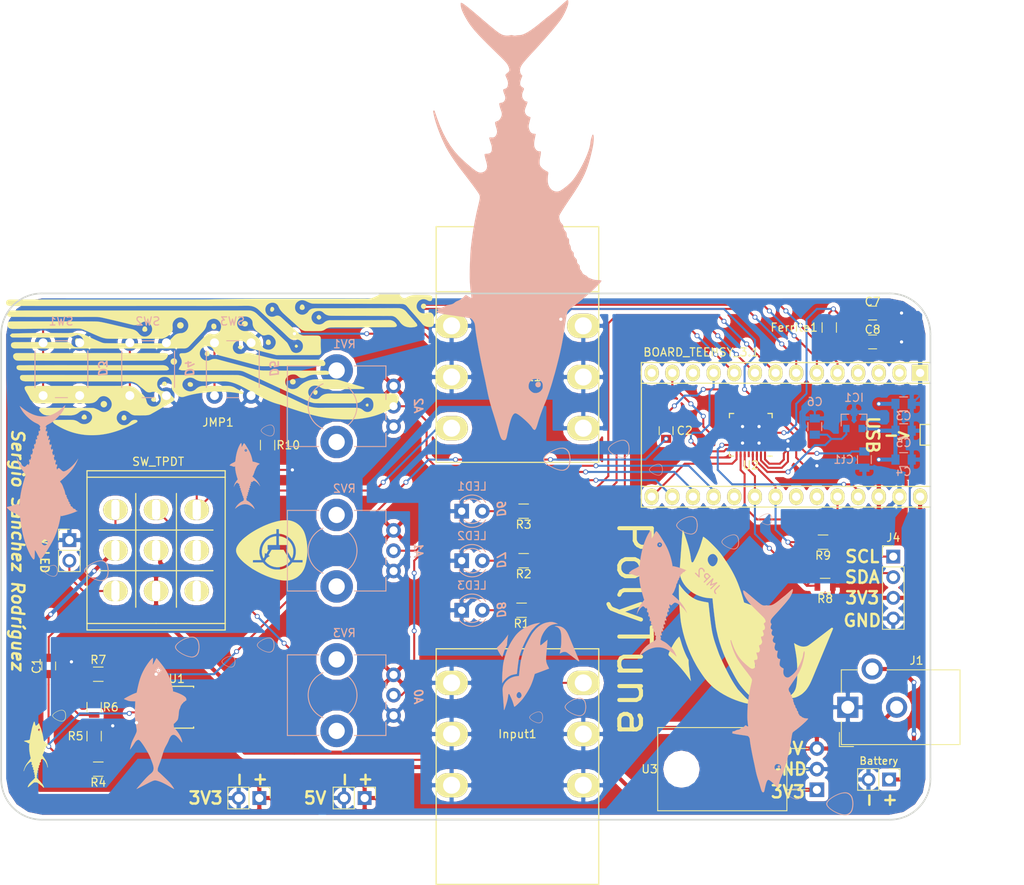
<source format=kicad_pcb>
(kicad_pcb (version 4) (host pcbnew 4.0.7-e2-6376~58~ubuntu14.04.1)
  (layers (0 F.Cu signal) (31 B.Cu signal) (34 B.Paste user) (35 F.Paste user) (36 B.SilkS user hide) (37 F.SilkS user hide) (38 B.Mask user) (39 F.Mask user) (44 Edge.Cuts user))
  (net 0 "")
  (net 1 GND)
  (net 2 "Net-(BOARD1-Pad5)")
  (net 3 "Net-(BOARD1-Pad6)")
  (net 4 "Net-(BOARD1-Pad7)")
  (net 5 "Net-(BOARD1-Pad8)")
  (net 6 "Net-(BOARD1-Pad9)")
  (net 7 "Net-(BOARD1-Pad10)")
  (net 8 Pin9_Teensy)
  (net 9 Pin11_Teensy)
  (net 10 Pin13_Teensy)
  (net 11 "Net-(BOARD1-Pad16)")
  (net 12 "Net-(BOARD1-Pad17)")
  (net 13 "Net-(BOARD1-Pad18)")
  (net 14 SDA)
  (net 15 SCL)
  (net 16 Pin22_Teensy)
  (net 17 Pin23_Teensy)
  (net 18 +3V3)
  (net 19 GNDA)
  (net 20 +5V)
  (net 21 "Net-(BT1-Pad1)")
  (net 22 "Net-(C1-Pad1)")
  (net 23 "LineIN(SGTL)")
  (net 24 "Net-(C2-Pad2)")
  (net 25 "Net-(C6-Pad1)")
  (net 26 "Net-(C7-Pad1)")
  (net 27 "Net-(Ct1-Pad1)")
  (net 28 "Net-(D1-Pad2)")
  (net 29 "Net-(D2-Pad2)")
  (net 30 "Net-(D3-Pad2)")
  (net 31 SGTL_Out)
  (net 32 "Net-(R6-Pad1)")
  (net 33 InputStage)
  (net 34 INPUT)
  (net 35 PowerIn)
  (net 36 "Net-(J5-Pad2)")
  (net 37 Output)
  (net 38 DC_Conv)
  (module "Silks Polytuna:pick_contour_1.7mm" (layer B.Cu) (at 227.076 141.732 90)
    (fp_text reference G*** hide)
    (fp_text value LOGO hide)
  )
  (module "Silks Polytuna:tuna_fish_back1_L_54.2x27.1mm" (layer B.Cu) (at 193.04 71.12 90)
    (fp_text reference G*** hide)
    (fp_text value LOGO hide)
  )
  (module "Silks Polytuna:tuna_fish_back3_L_19x9.5mm" (layer B.Cu) (at 134.62 103.378 90)
    (fp_text reference G*** hide)
    (fp_text value LOGO hide)
  )
  (module def-footprints:Board_Teensy_3_1 (layer F.Cu) (at 224.79 97.536 270)
    (fp_text reference BOARD1 hide)
    (fp_text value BOARD_TEENSY_3.1 (at -10.16 9.144 360) (layer F.SilkS))
    (pad 1 thru_hole rect (at -7.62 -17.78 270) (size 2.032 2.032) (drill 1.016) (layers *.Cu *.Mask F.SilkS) (net 1 GND))
    (pad 2 thru_hole oval (at -7.62 -15.24 270) (size 2.032 1.7272) (drill 1.016) (layers *.Cu *.Mask F.SilkS))
    (pad 3 thru_hole oval (at -7.62 -12.7 270) (size 2.032 1.7272) (drill 1.016) (layers *.Cu *.Mask F.SilkS))
    (pad 4 thru_hole oval (at -7.62 -10.16 270) (size 2.032 1.7272) (drill 1.016) (layers *.Cu *.Mask F.SilkS))
    (pad 5 thru_hole oval (at -7.62 -7.62 270) (size 2.032 1.7272) (drill 1.016) (layers *.Cu *.Mask F.SilkS) (net 2 "Net-(BOARD1-Pad5)"))
    (pad 6 thru_hole oval (at -7.62 -5.08 270) (size 2.032 1.7272) (drill 1.016) (layers *.Cu *.Mask F.SilkS) (net 3 "Net-(BOARD1-Pad6)"))
    (pad 7 thru_hole oval (at -7.62 -2.54 270) (size 2.032 1.7272) (drill 1.016) (layers *.Cu *.Mask F.SilkS) (net 4 "Net-(BOARD1-Pad7)"))
    (pad 8 thru_hole oval (at -7.62 0 270) (size 2.032 1.7272) (drill 1.016) (layers *.Cu *.Mask F.SilkS) (net 5 "Net-(BOARD1-Pad8)"))
    (pad 9 thru_hole oval (at -7.62 2.54 270) (size 2.032 1.7272) (drill 1.016) (layers *.Cu *.Mask F.SilkS) (net 6 "Net-(BOARD1-Pad9)"))
    (pad 10 thru_hole oval (at -7.62 5.08 270) (size 2.032 1.7272) (drill 1.016) (layers *.Cu *.Mask F.SilkS) (net 7 "Net-(BOARD1-Pad10)"))
    (pad 11 thru_hole oval (at -7.62 7.62 270) (size 2.032 1.7272) (drill 1.016) (layers *.Cu *.Mask F.SilkS) (net 8 Pin9_Teensy))
    (pad 12 thru_hole oval (at -7.62 10.16 270) (size 2.032 1.7272) (drill 1.016) (layers *.Cu *.Mask F.SilkS))
    (pad 13 thru_hole oval (at -7.62 12.7 270) (size 2.032 1.7272) (drill 1.016) (layers *.Cu *.Mask F.SilkS) (net 9 Pin11_Teensy))
    (pad 14 thru_hole oval (at -7.62 15.24 270) (size 2.032 1.7272) (drill 1.016) (layers *.Cu *.Mask F.SilkS))
    (pad 15 thru_hole oval (at 7.62 15.24 270) (size 2.032 1.7272) (drill 1.016) (layers *.Cu *.Mask F.SilkS) (net 10 Pin13_Teensy))
    (pad 16 thru_hole oval (at 7.62 12.7 270) (size 2.032 1.7272) (drill 1.016) (layers *.Cu *.Mask F.SilkS) (net 11 "Net-(BOARD1-Pad16)"))
    (pad 17 thru_hole oval (at 7.62 10.16 270) (size 2.032 1.7272) (drill 1.016) (layers *.Cu *.Mask F.SilkS) (net 12 "Net-(BOARD1-Pad17)"))
    (pad 18 thru_hole oval (at 7.62 7.62 270) (size 2.032 1.7272) (drill 1.016) (layers *.Cu *.Mask F.SilkS) (net 13 "Net-(BOARD1-Pad18)"))
    (pad 19 thru_hole oval (at 7.62 5.08 270) (size 2.032 1.7272) (drill 1.016) (layers *.Cu *.Mask F.SilkS))
    (pad 20 thru_hole oval (at 7.62 2.54 270) (size 2.032 1.7272) (drill 1.016) (layers *.Cu *.Mask F.SilkS) (net 14 SDA))
    (pad 21 thru_hole oval (at 7.62 0 270) (size 2.032 1.7272) (drill 1.016) (layers *.Cu *.Mask F.SilkS) (net 15 SCL))
    (pad 22 thru_hole oval (at 7.62 -2.54 270) (size 2.032 1.7272) (drill 1.016) (layers *.Cu *.Mask F.SilkS))
    (pad 23 thru_hole oval (at 7.62 -5.08 270) (size 2.032 1.7272) (drill 1.016) (layers *.Cu *.Mask F.SilkS))
    (pad 24 thru_hole oval (at 7.62 -7.62 270) (size 2.032 1.7272) (drill 1.016) (layers *.Cu *.Mask F.SilkS) (net 16 Pin22_Teensy))
    (pad 25 thru_hole oval (at 7.62 -10.16 270) (size 2.032 1.7272) (drill 1.016) (layers *.Cu *.Mask F.SilkS) (net 17 Pin23_Teensy))
    (pad 26 thru_hole oval (at 7.62 -12.7 270) (size 2.032 1.7272) (drill 1.016) (layers *.Cu *.Mask F.SilkS) (net 18 +3V3))
    (pad 27 thru_hole oval (at 7.62 -15.24 270) (size 2.032 1.7272) (drill 1.016) (layers *.Cu *.Mask F.SilkS) (net 19 GNDA))
    (pad 28 thru_hole oval (at 7.62 -17.78 270) (size 2.032 1.7272) (drill 1.016) (layers *.Cu *.Mask F.SilkS) (net 20 +5V))
  )
  (module Pin_Headers:Pin_Header_Straight_1x02_Pitch2.54mm (layer F.Cu) (at 238.76 139.954 270)
    (fp_text reference BT1 hide)
    (fp_text value Battery hide)
    (pad 1 thru_hole rect (at 0 0 270) (size 1.7 1.7) (drill 1) (layers *.Cu *.Mask) (net 21 "Net-(BT1-Pad1)"))
    (pad 2 thru_hole oval (at 0 2.54 270) (size 1.7 1.7) (drill 1) (layers *.Cu *.Mask) (net 1 GND))
  )
  (module Capacitors_SMD:C_0805 (layer F.Cu) (at 135.382 125.984 90)
    (fp_text reference C1 (at 0 -1.5 90) (layer F.SilkS))
    (fp_text value C hide)
    (pad 1 smd rect (at -1 0 90) (size 1 1.25) (layers F.Cu F.Paste F.Mask) (net 22 "Net-(C1-Pad1)"))
    (pad 2 smd rect (at 1 0 90) (size 1 1.25) (layers F.Cu F.Paste F.Mask) (net 33 InputStage))
  )
  (module Capacitors_SMD:C_0805 (layer F.Cu) (at 211.328 97.028 270)
    (fp_text reference C2 (at 0 -2.286 360) (layer F.SilkS))
    (fp_text value 2.2uF)
    (pad 1 smd rect (at -1 0 270) (size 1 1.25) (layers F.Cu F.Paste F.Mask) (net 23 "LineIN(SGTL)"))
    (pad 2 smd rect (at 1 0 270) (size 1 1.25) (layers F.Cu F.Paste F.Mask) (net 24 "Net-(C2-Pad2)"))
  )
  (module Capacitors_SMD:C_0805 (layer B.Cu) (at 240.538 93.726)
    (fp_text reference C3 (at 0 1.5) (layer B.SilkS) (effects (justify mirror)))
    (fp_text value 2.2uF)
    (pad 1 smd rect (at -1 0) (size 1 1.25) (layers B.Cu B.Paste B.Mask) (net 18 +3V3))
    (pad 2 smd rect (at 1 0) (size 1 1.25) (layers B.Cu B.Paste B.Mask) (net 1 GND))
  )
  (module Capacitors_SMD:C_0805 (layer B.Cu) (at 240.538 100.584)
    (fp_text reference C4 (at 0 1.5) (layer B.SilkS) (effects (justify mirror)))
    (fp_text value 0.1uF)
    (pad 1 smd rect (at -1 0) (size 1 1.25) (layers B.Cu B.Paste B.Mask) (net 18 +3V3))
    (pad 2 smd rect (at 1 0) (size 1 1.25) (layers B.Cu B.Paste B.Mask) (net 1 GND))
  )
  (module Capacitors_SMD:C_0805 (layer B.Cu) (at 240.538 97.028)
    (fp_text reference C5 (at 0 1.5) (layer B.SilkS) (effects (justify mirror)))
    (fp_text value 0.1uF)
    (pad 1 smd rect (at -1 0) (size 1 1.25) (layers B.Cu B.Paste B.Mask) (net 18 +3V3))
    (pad 2 smd rect (at 1 0) (size 1 1.25) (layers B.Cu B.Paste B.Mask) (net 1 GND))
  )
  (module Capacitors_SMD:C_0805 (layer B.Cu) (at 229.616 96.52 90)
    (fp_text reference C6 (at 3.048 0 180) (layer B.SilkS) (effects (justify mirror)))
    (fp_text value 2.2uF)
    (pad 1 smd rect (at -1 0 90) (size 1 1.25) (layers B.Cu B.Paste B.Mask) (net 25 "Net-(C6-Pad1)"))
    (pad 2 smd rect (at 1 0 90) (size 1 1.25) (layers B.Cu B.Paste B.Mask) (net 1 GND))
  )
  (module Capacitors_SMD:C_0805 (layer F.Cu) (at 236.728 82.55)
    (fp_text reference C7 (at 0 -1.397) (layer F.SilkS))
    (fp_text value 0.1uF)
    (pad 1 smd rect (at -1 0) (size 1 1.25) (layers F.Cu F.Paste F.Mask) (net 26 "Net-(C7-Pad1)"))
    (pad 2 smd rect (at 1 0) (size 1 1.25) (layers F.Cu F.Paste F.Mask) (net 1 GND))
  )
  (module Capacitors_SMD:C_0805 (layer F.Cu) (at 236.728 86.106)
    (fp_text reference C8 (at 0 -1.524) (layer F.SilkS))
    (fp_text value 2.2uF)
    (pad 1 smd rect (at -1 0) (size 1 1.25) (layers F.Cu F.Paste F.Mask) (net 26 "Net-(C7-Pad1)"))
    (pad 2 smd rect (at 1 0) (size 1 1.25) (layers F.Cu F.Paste F.Mask) (net 1 GND))
  )
  (module Capacitors_SMD:C_0805 (layer B.Cu) (at 235.712 100.584 270)
    (fp_text reference Ct1 (at 0 2.54 360) (layer B.SilkS) (effects (justify mirror)))
    (fp_text value 0.15uF)
    (pad 1 smd rect (at -1 0 270) (size 1 1.25) (layers B.Cu B.Paste B.Mask) (net 27 "Net-(Ct1-Pad1)"))
    (pad 2 smd rect (at 1 0 270) (size 1 1.25) (layers B.Cu B.Paste B.Mask) (net 19 GNDA))
  )
  (module LEDs:LED_D3.0mm (layer B.Cu) (at 186.182 106.934)
    (fp_text reference LED1 (at 1.27 -3.048) (layer B.SilkS) (effects (justify mirror)))
    (fp_text value LED)
    (pad 1 thru_hole rect (at 0 0) (size 1.8 1.8) (drill 0.9) (layers *.Cu *.Mask) (net 1 GND))
    (pad 2 thru_hole circle (at 2.54 0) (size 1.8 1.8) (drill 0.9) (layers *.Cu *.Mask) (net 28 "Net-(D1-Pad2)"))
  )
  (module LEDs:LED_D3.0mm (layer B.Cu) (at 186.182 113.03)
    (fp_text reference LED2 (at 1.27 -3.048) (layer B.SilkS) (effects (justify mirror)))
    (fp_text value LED)
    (pad 1 thru_hole rect (at 0 0) (size 1.8 1.8) (drill 0.9) (layers *.Cu *.Mask) (net 1 GND))
    (pad 2 thru_hole circle (at 2.54 0) (size 1.8 1.8) (drill 0.9) (layers *.Cu *.Mask) (net 29 "Net-(D2-Pad2)"))
  )
  (module LEDs:LED_D3.0mm (layer B.Cu) (at 186.182 119.126)
    (fp_text reference LED3 (at 1.27 -3.048) (layer B.SilkS) (effects (justify mirror)))
    (fp_text value LED)
    (pad 1 thru_hole rect (at 0 0) (size 1.8 1.8) (drill 0.9) (layers *.Cu *.Mask) (net 1 GND))
    (pad 2 thru_hole circle (at 2.54 0) (size 1.8 1.8) (drill 0.9) (layers *.Cu *.Mask) (net 30 "Net-(D3-Pad2)"))
  )
  (module Inductors_SMD:L_0805 (layer F.Cu) (at 231.394 84.328 270)
    (fp_text reference Ferrite1 (at 0 4.318 540) (layer F.SilkS))
    (fp_text value 600)
    (pad 1 smd rect (at -0.95 0 270) (size 0.7 1.3) (layers F.Cu F.Paste F.Mask) (net 26 "Net-(C7-Pad1)"))
    (pad 2 smd rect (at 0.95 0 270) (size 0.7 1.3) (layers F.Cu F.Paste F.Mask) (net 18 +3V3))
  )
  (module TO_SOT_Packages_SMD:SOT-23 (layer B.Cu) (at 234.442 95.758 90)
    (fp_text reference IC1 (at 2.794 0 180) (layer B.SilkS) (effects (justify mirror)))
    (fp_text value AP7313-33SAG-7 hide)
    (pad 1 smd rect (at -1 0.95 90) (size 0.9 0.8) (layers B.Cu B.Paste B.Mask) (net 18 +3V3))
    (pad 2 smd rect (at -1 -0.95 90) (size 0.9 0.8) (layers B.Cu B.Paste B.Mask) (net 25 "Net-(C6-Pad1)"))
    (pad 3 smd rect (at 1 0 90) (size 0.9 0.8) (layers B.Cu B.Paste B.Mask) (net 1 GND))
  )
  (module Connectors:Barrel_Jack_CUI_PJ-102AH (layer F.Cu) (at 233.68 131.064 90)
    (fp_text reference J1 (at 5.75 8.45 360) (layer F.SilkS))
    (fp_text value Barrel_Jack)
    (pad 1 thru_hole rect (at 0 0 90) (size 2.6 2.6) (drill 1.6) (layers *.Cu *.Mask) (net 1 GND))
    (pad 2 thru_hole circle (at 0 6 90) (size 2.6 2.6) (drill 1.6) (layers *.Cu *.Mask) (net 35 PowerIn))
    (pad 3 thru_hole circle (at 4.7 3 90) (size 2.6 2.6) (drill 1.6) (layers *.Cu *.Mask) (net 21 "Net-(BT1-Pad1)"))
  )
  (module def-footprints:Miscellaneous_Solder_Jumper (layer F.Cu) (at 156.21 98.298 180)
    (fp_text reference JMP1 (at 0 2.286 180) (layer F.SilkS))
    (fp_text value 2Jumper hide)
    (pad 1 smd trapezoid (at -0.508 0 180) (size 0.8 0.8) (rect_delta -0.3 0) (layers F.Cu F.Paste F.Mask) (net 31 SGTL_Out))
    (pad 2 smd trapezoid (at 0.508 0 180) (size 0.8 0.8) (rect_delta 0.3 0) (layers F.Cu F.Paste F.Mask) (net 37 Output))
  )
  (module Resistors_SMD:R_0805 (layer F.Cu) (at 193.548 119.126 180)
    (fp_text reference R1 (at 0 -1.65 180) (layer F.SilkS))
    (fp_text value R)
    (pad 1 smd rect (at -0.95 0 180) (size 0.7 1.3) (layers F.Cu F.Paste F.Mask) (net 7 "Net-(BOARD1-Pad10)"))
    (pad 2 smd rect (at 0.95 0 180) (size 0.7 1.3) (layers F.Cu F.Paste F.Mask) (net 30 "Net-(D3-Pad2)"))
  )
  (module Resistors_SMD:R_0805 (layer F.Cu) (at 193.802 113.03 180)
    (fp_text reference R2 (at 0 -1.65 180) (layer F.SilkS))
    (fp_text value R)
    (pad 1 smd rect (at -0.95 0 180) (size 0.7 1.3) (layers F.Cu F.Paste F.Mask) (net 6 "Net-(BOARD1-Pad9)"))
    (pad 2 smd rect (at 0.95 0 180) (size 0.7 1.3) (layers F.Cu F.Paste F.Mask) (net 29 "Net-(D2-Pad2)"))
  )
  (module Resistors_SMD:R_0805 (layer F.Cu) (at 193.802 106.934 180)
    (fp_text reference R3 (at 0 -1.65 180) (layer F.SilkS))
    (fp_text value R)
    (pad 1 smd rect (at -0.95 0 180) (size 0.7 1.3) (layers F.Cu F.Paste F.Mask) (net 5 "Net-(BOARD1-Pad8)"))
    (pad 2 smd rect (at 0.95 0 180) (size 0.7 1.3) (layers F.Cu F.Paste F.Mask) (net 28 "Net-(D1-Pad2)"))
  )
  (module Resistors_SMD:R_0805 (layer F.Cu) (at 141.478 138.684 180)
    (fp_text reference R4 (at 0 -1.65 180) (layer F.SilkS))
    (fp_text value R hide)
    (pad 1 smd rect (at -0.95 0 180) (size 0.7 1.3) (layers F.Cu F.Paste F.Mask) (net 18 +3V3))
    (pad 2 smd rect (at 0.95 0 180) (size 0.7 1.3) (layers F.Cu F.Paste F.Mask) (net 22 "Net-(C1-Pad1)"))
  )
  (module Resistors_SMD:R_0805 (layer F.Cu) (at 140.97 134.62 90)
    (fp_text reference R5 (at 0 -2.286 180) (layer F.SilkS))
    (fp_text value R hide)
    (pad 1 smd rect (at -0.95 0 90) (size 0.7 1.3) (layers F.Cu F.Paste F.Mask) (net 22 "Net-(C1-Pad1)"))
    (pad 2 smd rect (at 0.95 0 90) (size 0.7 1.3) (layers F.Cu F.Paste F.Mask) (net 19 GNDA))
  )
  (module Resistors_SMD:R_0805 (layer F.Cu) (at 140.97 131.064 270)
    (fp_text reference R6 (at 0 -2.032 360) (layer F.SilkS))
    (fp_text value R hide)
    (pad 1 smd rect (at -0.95 0 270) (size 0.7 1.3) (layers F.Cu F.Paste F.Mask) (net 32 "Net-(R6-Pad1)"))
    (pad 2 smd rect (at 0.95 0 270) (size 0.7 1.3) (layers F.Cu F.Paste F.Mask) (net 19 GNDA))
  )
  (module Resistors_SMD:R_0805 (layer F.Cu) (at 141.478 127 180)
    (fp_text reference R7 (at 0 1.778 180) (layer F.SilkS))
    (fp_text value R hide)
    (pad 1 smd rect (at -0.95 0 180) (size 0.7 1.3) (layers F.Cu F.Paste F.Mask) (net 24 "Net-(C2-Pad2)"))
    (pad 2 smd rect (at 0.95 0 180) (size 0.7 1.3) (layers F.Cu F.Paste F.Mask) (net 32 "Net-(R6-Pad1)"))
  )
  (module Resistors_SMD:R_0805 (layer F.Cu) (at 230.886 116.078 180)
    (fp_text reference R8 (at 0 -1.65 180) (layer F.SilkS))
    (fp_text value 2.2K)
    (pad 1 smd rect (at -0.95 0 180) (size 0.7 1.3) (layers F.Cu F.Paste F.Mask) (net 18 +3V3))
    (pad 2 smd rect (at 0.95 0 180) (size 0.7 1.3) (layers F.Cu F.Paste F.Mask) (net 14 SDA))
  )
  (module Resistors_SMD:R_0805 (layer F.Cu) (at 230.632 110.744 180)
    (fp_text reference R9 (at 0 -1.65 180) (layer F.SilkS))
    (fp_text value 2.2K)
    (pad 1 smd rect (at -0.95 0 180) (size 0.7 1.3) (layers F.Cu F.Paste F.Mask) (net 18 +3V3))
    (pad 2 smd rect (at 0.95 0 180) (size 0.7 1.3) (layers F.Cu F.Paste F.Mask) (net 15 SCL))
  )
  (module Resistors_SMD:R_0805 (layer F.Cu) (at 162.306 98.806 270)
    (fp_text reference R10 (at 0 -2.54 360) (layer F.SilkS))
    (fp_text value 10M)
    (pad 1 smd rect (at -0.95 0 270) (size 0.7 1.3) (layers F.Cu F.Paste F.Mask) (net 31 SGTL_Out))
    (pad 2 smd rect (at 0.95 0 270) (size 0.7 1.3) (layers F.Cu F.Paste F.Mask) (net 19 GNDA))
  )
  (module Potentiometers:Potentiometer_Alps_RK09K_Horizontal (layer B.Cu) (at 177.8 96.52 180)
    (fp_text reference RV1 (at 6.05 10.15 180) (layer B.SilkS) (effects (justify mirror)))
    (fp_text value POT_TRIM hide)
    (pad 3 thru_hole circle (at 0 5 180) (size 1.8 1.8) (drill 1) (layers *.Cu *.Mask) (net 18 +3V3))
    (pad 2 thru_hole circle (at 0 2.5 180) (size 1.8 1.8) (drill 1) (layers *.Cu *.Mask) (net 13 "Net-(BOARD1-Pad18)"))
    (pad 1 thru_hole circle (at 0 0 180) (size 1.8 1.8) (drill 1) (layers *.Cu *.Mask) (net 19 GNDA))
    (pad 0 np_thru_hole circle (at 7 6.9 180) (size 4 4) (drill 2) (layers *.Cu *.Mask))
    (pad 0 np_thru_hole circle (at 7 -1.9 180) (size 4 4) (drill 2) (layers *.Cu *.Mask))
  )
  (module Potentiometers:Potentiometer_Alps_RK09K_Horizontal (layer B.Cu) (at 177.8 114.3 180)
    (fp_text reference RV2 (at 6.05 10.15 180) (layer B.SilkS) (effects (justify mirror)))
    (fp_text value POT_TRIM hide)
    (pad 3 thru_hole circle (at 0 5 180) (size 1.8 1.8) (drill 1) (layers *.Cu *.Mask) (net 18 +3V3))
    (pad 2 thru_hole circle (at 0 2.5 180) (size 1.8 1.8) (drill 1) (layers *.Cu *.Mask) (net 12 "Net-(BOARD1-Pad17)"))
    (pad 1 thru_hole circle (at 0 0 180) (size 1.8 1.8) (drill 1) (layers *.Cu *.Mask) (net 19 GNDA))
    (pad 0 np_thru_hole circle (at 7 6.9 180) (size 4 4) (drill 2) (layers *.Cu *.Mask))
    (pad 0 np_thru_hole circle (at 7 -1.9 180) (size 4 4) (drill 2) (layers *.Cu *.Mask))
  )
  (module Potentiometers:Potentiometer_Alps_RK09K_Horizontal (layer B.Cu) (at 177.8 132.08 180)
    (fp_text reference RV3 (at 6.05 10.15 180) (layer B.SilkS) (effects (justify mirror)))
    (fp_text value POT_TRIM hide)
    (pad 3 thru_hole circle (at 0 5 180) (size 1.8 1.8) (drill 1) (layers *.Cu *.Mask) (net 18 +3V3))
    (pad 2 thru_hole circle (at 0 2.5 180) (size 1.8 1.8) (drill 1) (layers *.Cu *.Mask) (net 11 "Net-(BOARD1-Pad16)"))
    (pad 1 thru_hole circle (at 0 0 180) (size 1.8 1.8) (drill 1) (layers *.Cu *.Mask) (net 19 GNDA))
    (pad 0 np_thru_hole circle (at 7 6.9 180) (size 4 4) (drill 2) (layers *.Cu *.Mask))
    (pad 0 np_thru_hole circle (at 7 -1.9 180) (size 4 4) (drill 2) (layers *.Cu *.Mask))
  )
  (module Buttons_Switches_THT:SW_PUSH_6mm_h5mm (layer B.Cu) (at 139.192 92.71 90)
    (fp_text reference SW1 (at 9.144 -2.286 180) (layer B.SilkS) (effects (justify mirror)))
    (fp_text value SW_Push)
    (pad 2 thru_hole circle (at 0 -4.5) (size 2 2) (drill 1.1) (layers *.Cu *.Mask) (net 2 "Net-(BOARD1-Pad5)"))
    (pad 1 thru_hole circle (at 0 0) (size 2 2) (drill 1.1) (layers *.Cu *.Mask) (net 1 GND))
    (pad 2 thru_hole circle (at 6.5 -4.5) (size 2 2) (drill 1.1) (layers *.Cu *.Mask) (net 2 "Net-(BOARD1-Pad5)"))
    (pad 1 thru_hole circle (at 6.5 0) (size 2 2) (drill 1.1) (layers *.Cu *.Mask) (net 1 GND))
  )
  (module Buttons_Switches_THT:SW_PUSH_6mm_h5mm (layer B.Cu) (at 149.86 92.71 90)
    (fp_text reference SW2 (at 9.144 -2.286 180) (layer B.SilkS) (effects (justify mirror)))
    (fp_text value SW_Push)
    (pad 2 thru_hole circle (at 0 -4.5) (size 2 2) (drill 1.1) (layers *.Cu *.Mask) (net 3 "Net-(BOARD1-Pad6)"))
    (pad 1 thru_hole circle (at 0 0) (size 2 2) (drill 1.1) (layers *.Cu *.Mask) (net 1 GND))
    (pad 2 thru_hole circle (at 6.5 -4.5) (size 2 2) (drill 1.1) (layers *.Cu *.Mask) (net 3 "Net-(BOARD1-Pad6)"))
    (pad 1 thru_hole circle (at 6.5 0) (size 2 2) (drill 1.1) (layers *.Cu *.Mask) (net 1 GND))
  )
  (module Buttons_Switches_THT:SW_PUSH_6mm_h5mm (layer B.Cu) (at 160.274 92.71 90)
    (fp_text reference SW3 (at 9.144 -2.286 180) (layer B.SilkS) (effects (justify mirror)))
    (fp_text value SW_Push)
    (pad 2 thru_hole circle (at 0 -4.5) (size 2 2) (drill 1.1) (layers *.Cu *.Mask) (net 4 "Net-(BOARD1-Pad7)"))
    (pad 1 thru_hole circle (at 0 0) (size 2 2) (drill 1.1) (layers *.Cu *.Mask) (net 1 GND))
    (pad 2 thru_hole circle (at 6.5 -4.5) (size 2 2) (drill 1.1) (layers *.Cu *.Mask) (net 4 "Net-(BOARD1-Pad7)"))
    (pad 1 thru_hole circle (at 6.5 0) (size 2 2) (drill 1.1) (layers *.Cu *.Mask) (net 1 GND))
  )
  (module Housings_SOIC:SOIC-8-1EP_3.9x4.9mm_Pitch1.27mm (layer F.Cu) (at 151.13 131.064)
    (fp_text reference U1 (at 0 -3.5) (layer F.SilkS))
    (fp_text value LM358)
    (pad 1 smd rect (at -2.7 -1.905) (size 1.55 0.6) (layers F.Cu F.Paste F.Mask) (net 24 "Net-(C2-Pad2)"))
    (pad 2 smd rect (at -2.7 -0.635) (size 1.55 0.6) (layers F.Cu F.Paste F.Mask) (net 32 "Net-(R6-Pad1)"))
    (pad 3 smd rect (at -2.7 0.635) (size 1.55 0.6) (layers F.Cu F.Paste F.Mask) (net 22 "Net-(C1-Pad1)"))
    (pad 4 smd rect (at -2.7 1.905) (size 1.55 0.6) (layers F.Cu F.Paste F.Mask) (net 19 GNDA))
    (pad 5 smd rect (at 2.7 1.905) (size 1.55 0.6) (layers F.Cu F.Paste F.Mask))
    (pad 6 smd rect (at 2.7 0.635) (size 1.55 0.6) (layers F.Cu F.Paste F.Mask))
    (pad 7 smd rect (at 2.7 -0.635) (size 1.55 0.6) (layers F.Cu F.Paste F.Mask))
    (pad 8 smd rect (at 2.7 -1.905) (size 1.55 0.6) (layers F.Cu F.Paste F.Mask) (net 18 +3V3))
    (pad 9 smd rect (at 0.5875 0.5875) (size 1.175 1.175) (layers F.Cu F.Paste F.Mask))
    (pad 9 smd rect (at 0.5875 -0.5875) (size 1.175 1.175) (layers F.Cu F.Paste F.Mask))
    (pad 9 smd rect (at -0.5875 0.5875) (size 1.175 1.175) (layers F.Cu F.Paste F.Mask))
    (pad 9 smd rect (at -0.5875 -0.5875) (size 1.175 1.175) (layers F.Cu F.Paste F.Mask))
  )
  (module Housings_DFN_QFN:QFN-32-1EP_5x5mm_Pitch0.5mm (layer F.Cu) (at 221.742 97.536 180)
    (fp_text reference U2 (at 0 -3.75 180) (layer F.SilkS))
    (fp_text value SGTL5000)
    (pad 1 smd rect (at -2.4 -1.75 180) (size 0.7 0.25) (layers F.Cu F.Paste F.Mask) (net 1 GND))
    (pad 2 smd rect (at -2.4 -1.25 180) (size 0.7 0.25) (layers F.Cu F.Paste F.Mask))
    (pad 3 smd rect (at -2.4 -0.75 180) (size 0.7 0.25) (layers F.Cu F.Paste F.Mask) (net 1 GND))
    (pad 4 smd rect (at -2.4 -0.25 180) (size 0.7 0.25) (layers F.Cu F.Paste F.Mask))
    (pad 5 smd rect (at -2.4 0.25 180) (size 0.7 0.25) (layers F.Cu F.Paste F.Mask) (net 26 "Net-(C7-Pad1)"))
    (pad 6 smd rect (at -2.4 0.75 180) (size 0.7 0.25) (layers F.Cu F.Paste F.Mask))
    (pad 7 smd rect (at -2.4 1.25 180) (size 0.7 0.25) (layers F.Cu F.Paste F.Mask) (net 19 GNDA))
    (pad 8 smd rect (at -2.4 1.75 180) (size 0.7 0.25) (layers F.Cu F.Paste F.Mask))
    (pad 9 smd rect (at -1.75 2.4 270) (size 0.7 0.25) (layers F.Cu F.Paste F.Mask))
    (pad 10 smd rect (at -1.25 2.4 270) (size 0.7 0.25) (layers F.Cu F.Paste F.Mask) (net 27 "Net-(Ct1-Pad1)"))
    (pad 11 smd rect (at -0.75 2.4 270) (size 0.7 0.25) (layers F.Cu F.Paste F.Mask))
    (pad 12 smd rect (at -0.25 2.4 270) (size 0.7 0.25) (layers F.Cu F.Paste F.Mask) (net 31 SGTL_Out))
    (pad 13 smd rect (at 0.25 2.4 270) (size 0.7 0.25) (layers F.Cu F.Paste F.Mask))
    (pad 14 smd rect (at 0.75 2.4 270) (size 0.7 0.25) (layers F.Cu F.Paste F.Mask) (net 23 "LineIN(SGTL)"))
    (pad 15 smd rect (at 1.25 2.4 270) (size 0.7 0.25) (layers F.Cu F.Paste F.Mask))
    (pad 16 smd rect (at 1.75 2.4 270) (size 0.7 0.25) (layers F.Cu F.Paste F.Mask))
    (pad 17 smd rect (at 2.4 1.75 180) (size 0.7 0.25) (layers F.Cu F.Paste F.Mask))
    (pad 18 smd rect (at 2.4 1.25 180) (size 0.7 0.25) (layers F.Cu F.Paste F.Mask))
    (pad 19 smd rect (at 2.4 0.75 180) (size 0.7 0.25) (layers F.Cu F.Paste F.Mask))
    (pad 20 smd rect (at 2.4 0.25 180) (size 0.7 0.25) (layers F.Cu F.Paste F.Mask) (net 18 +3V3))
    (pad 21 smd rect (at 2.4 -0.25 180) (size 0.7 0.25) (layers F.Cu F.Paste F.Mask) (net 9 Pin11_Teensy))
    (pad 22 smd rect (at 2.4 -0.75 180) (size 0.7 0.25) (layers F.Cu F.Paste F.Mask))
    (pad 23 smd rect (at 2.4 -1.25 180) (size 0.7 0.25) (layers F.Cu F.Paste F.Mask) (net 17 Pin23_Teensy))
    (pad 24 smd rect (at 2.4 -1.75 180) (size 0.7 0.25) (layers F.Cu F.Paste F.Mask) (net 8 Pin9_Teensy))
    (pad 25 smd rect (at 1.75 -2.4 270) (size 0.7 0.25) (layers F.Cu F.Paste F.Mask) (net 10 Pin13_Teensy))
    (pad 26 smd rect (at 1.25 -2.4 270) (size 0.7 0.25) (layers F.Cu F.Paste F.Mask) (net 16 Pin22_Teensy))
    (pad 27 smd rect (at 0.75 -2.4 270) (size 0.7 0.25) (layers F.Cu F.Paste F.Mask) (net 14 SDA))
    (pad 28 smd rect (at 0.25 -2.4 270) (size 0.7 0.25) (layers F.Cu F.Paste F.Mask))
    (pad 29 smd rect (at -0.25 -2.4 270) (size 0.7 0.25) (layers F.Cu F.Paste F.Mask) (net 15 SCL))
    (pad 30 smd rect (at -0.75 -2.4 270) (size 0.7 0.25) (layers F.Cu F.Paste F.Mask) (net 25 "Net-(C6-Pad1)"))
    (pad 31 smd rect (at -1.25 -2.4 270) (size 0.7 0.25) (layers F.Cu F.Paste F.Mask) (net 1 GND))
    (pad 32 smd rect (at -1.75 -2.4 270) (size 0.7 0.25) (layers F.Cu F.Paste F.Mask) (net 1 GND))
    (pad 33 smd rect (at 0.8625 0.8625 180) (size 1.725 1.725) (layers F.Cu F.Paste F.Mask) (net 1 GND))
    (pad 33 smd rect (at 0.8625 -0.8625 180) (size 1.725 1.725) (layers F.Cu F.Paste F.Mask) (net 1 GND))
    (pad 33 smd rect (at -0.8625 0.8625 180) (size 1.725 1.725) (layers F.Cu F.Paste F.Mask) (net 1 GND))
    (pad 33 smd rect (at -0.8625 -0.8625 180) (size 1.725 1.725) (layers F.Cu F.Paste F.Mask) (net 1 GND))
  )
  (module TO_SOT_Packages_THT:TO-220-3_Horizontal (layer F.Cu) (at 229.87 141.224 90)
    (fp_text reference U3 (at 2.54 -20.58 360) (layer F.SilkS))
    (fp_text value L7805)
    (pad 0 np_thru_hole oval (at 2.54 -16.66 90) (size 3.5 3.5) (drill 3.5) (layers *.Cu *.Mask))
    (pad 1 thru_hole rect (at 0 0 90) (size 1.8 1.8) (drill 1) (layers *.Cu *.Mask) (net 38 DC_Conv))
    (pad 2 thru_hole oval (at 2.54 0 90) (size 1.8 1.8) (drill 1) (layers *.Cu *.Mask) (net 1 GND))
    (pad 3 thru_hole oval (at 5.08 0 90) (size 1.8 1.8) (drill 1) (layers *.Cu *.Mask) (net 20 +5V))
  )
  (module def-footprints:CONN_Jack_Female_6.35mm_THD (layer F.Cu) (at 193.04 134.366 90)
    (fp_text reference Input1 (at 0 0 360) (layer F.SilkS))
    (fp_text value JACK_FEMALE_STEREO_6_PINS hide)
    (pad S thru_hole oval (at -6.3 8.1 90) (size 3 4) (drill 2.1) (layers *.Cu *.Mask F.SilkS) (net 19 GNDA))
    (pad R thru_hole oval (at 0 8.1 90) (size 3 4) (drill 2.1) (layers *.Cu *.Mask F.SilkS) (net 19 GNDA))
    (pad T thru_hole oval (at 6.3 8.1 90) (size 3 4) (drill 2.1) (layers *.Cu *.Mask F.SilkS) (net 34 INPUT))
    (pad SS thru_hole oval (at -6.3 -8.1 90) (size 3 4) (drill 2.1) (layers *.Cu *.Mask F.SilkS) (net 19 GNDA))
    (pad RS thru_hole oval (at 0 -8.1 90) (size 3 4) (drill 2.1) (layers *.Cu *.Mask F.SilkS) (net 19 GNDA))
    (pad TS thru_hole oval (at 6.3 -8.1 90) (size 3 4) (drill 2.1) (layers *.Cu *.Mask F.SilkS) (net 19 GNDA))
  )
  (module def-footprints:CONN_Jack_Female_6.35mm_THD (layer F.Cu) (at 193.04 90.424 270)
    (fp_text reference Output1 (at 0 0 540) (layer F.SilkS))
    (fp_text value JACK_FEMALE_STEREO_6_PINS hide)
    (pad S thru_hole oval (at -6.3 8.1 270) (size 3 4) (drill 2.1) (layers *.Cu *.Mask F.SilkS) (net 19 GNDA))
    (pad R thru_hole oval (at 0 8.1 270) (size 3 4) (drill 2.1) (layers *.Cu *.Mask F.SilkS) (net 19 GNDA))
    (pad T thru_hole oval (at 6.3 8.1 270) (size 3 4) (drill 2.1) (layers *.Cu *.Mask F.SilkS) (net 37 Output))
    (pad SS thru_hole oval (at -6.3 -8.1 270) (size 3 4) (drill 2.1) (layers *.Cu *.Mask F.SilkS) (net 19 GNDA))
    (pad RS thru_hole oval (at 0 -8.1 270) (size 3 4) (drill 2.1) (layers *.Cu *.Mask F.SilkS) (net 19 GNDA))
    (pad TS thru_hole oval (at 6.3 -8.1 270) (size 3 4) (drill 2.1) (layers *.Cu *.Mask F.SilkS) (net 19 GNDA))
  )
  (module footprints:IceStomp_Switch_3PDT (layer F.Cu) (at 148.59 111.76 270)
    (fp_text reference SW4 hide)
    (fp_text value SW_TPDT (at -10.922 -0.254 360) (layer F.SilkS))
    (pad 32 thru_hole oval (at 0 5 270) (size 2.5 3) (drill oval 2.5 1) (layers *.Cu *.Mask F.SilkS) (net 38 DC_Conv))
    (pad 12 thru_hole oval (at 0 -5 270) (size 2.5 3) (drill oval 2.5 1) (layers *.Cu *.Mask F.SilkS))
    (pad 13 thru_hole oval (at 5 -5 270) (size 2.5 3) (drill oval 2.5 1) (layers *.Cu *.Mask F.SilkS))
    (pad 33 thru_hole oval (at 5 5 270) (size 2.5 3) (drill oval 2.5 1) (layers *.Cu *.Mask F.SilkS) (net 36 "Net-(J5-Pad2)"))
    (pad 31 thru_hole oval (at -5 5 270) (size 2.5 3) (drill oval 2.5 1) (layers *.Cu *.Mask F.SilkS) (net 33 InputStage))
    (pad 11 thru_hole oval (at -5 -5 270) (size 2.5 3) (drill oval 2.5 1) (layers *.Cu *.Mask F.SilkS) (net 37 Output))
    (pad 21 thru_hole oval (at -5 0 270) (size 2.5 3) (drill oval 2.5 1) (layers *.Cu *.Mask F.SilkS) (net 34 INPUT))
    (pad 22 thru_hole oval (at 0 0 270) (size 2.5 3) (drill oval 2.5 1) (layers *.Cu *.Mask F.SilkS) (net 35 PowerIn))
    (pad 23 thru_hole oval (at 5 0 270) (size 2.5 3) (drill oval 2.5 1) (layers *.Cu *.Mask F.SilkS) (net 18 +3V3))
  )
  (module Pin_Headers:Pin_Header_Straight_1x02_Pitch2.54mm (layer F.Cu) (at 161.29 142.24 270)
    (fp_text reference J2 hide)
    (fp_text value Conn_01x02 hide)
    (pad 1 thru_hole rect (at 0 0 270) (size 1.7 1.7) (drill 1) (layers *.Cu *.Mask) (net 18 +3V3))
    (pad 2 thru_hole oval (at 0 2.54 270) (size 1.7 1.7) (drill 1) (layers *.Cu *.Mask) (net 1 GND))
  )
  (module Pin_Headers:Pin_Header_Straight_1x02_Pitch2.54mm (layer F.Cu) (at 174.244 142.24 270)
    (fp_text reference J3 hide)
    (fp_text value Conn_01x02 hide)
    (pad 1 thru_hole rect (at 0 0 270) (size 1.7 1.7) (drill 1) (layers *.Cu *.Mask) (net 20 +5V))
    (pad 2 thru_hole oval (at 0 2.54 270) (size 1.7 1.7) (drill 1) (layers *.Cu *.Mask) (net 1 GND))
  )
  (module Pin_Headers:Pin_Header_Straight_1x04_Pitch2.54mm (layer F.Cu) (at 239.268 112.522)
    (fp_text reference J4 (at 0 -2.33) (layer F.SilkS))
    (fp_text value Conn_01x04)
    (pad 1 thru_hole rect (at 0 0) (size 1.7 1.7) (drill 1) (layers *.Cu *.Mask) (net 15 SCL))
    (pad 2 thru_hole oval (at 0 2.54) (size 1.7 1.7) (drill 1) (layers *.Cu *.Mask) (net 14 SDA))
    (pad 3 thru_hole oval (at 0 5.08) (size 1.7 1.7) (drill 1) (layers *.Cu *.Mask) (net 18 +3V3))
    (pad 4 thru_hole oval (at 0 7.62) (size 1.7 1.7) (drill 1) (layers *.Cu *.Mask) (net 1 GND))
  )
  (module Pin_Headers:Pin_Header_Straight_1x02_Pitch2.54mm (layer F.Cu) (at 137.922 110.49)
    (fp_text reference J5 hide)
    (fp_text value Conn_01x02 hide)
    (pad 1 thru_hole rect (at 0 0) (size 1.7 1.7) (drill 1) (layers *.Cu *.Mask) (net 1 GND))
    (pad 2 thru_hole oval (at 0 2.54) (size 1.7 1.7) (drill 1) (layers *.Cu *.Mask) (net 36 "Net-(J5-Pad2)"))
  )
  (module def-footprints:Miscellaneous_Solder_Jumper (layer B.Cu) (at 217.932 114.046 135)
    (fp_text reference JMP2 (at 0 -2.032 135) (layer B.SilkS) (effects (justify mirror)))
    (fp_text value 2Jumper)
    (pad 1 smd trapezoid (at -0.508 0 135) (size 0.8 0.8) (rect_delta -0.3 0) (layers B.Cu B.Paste B.Mask) (net 19 GNDA))
    (pad 2 smd trapezoid (at 0.508 0 135) (size 0.8 0.8) (rect_delta 0.3 0) (layers B.Cu B.Paste B.Mask) (net 1 GND))
  )
  (module uc3music_logos:logo_guitar_52.6.5x18.4mm (layer F.Cu) (at 156.464 89.154 180)
    (fp_text reference G*** hide)
    (fp_text value LOGO hide)
  )
  (module uc3music_logos:logo_pick_10x10mm (layer F.Cu) (at 162.814 111.76 270)
    (fp_text reference G*** hide)
    (fp_text value LOGO hide)
  )
  (module "Silks Polytuna:tuna_fish_logo_21.7x21.7mm" (layer F.Cu) (at 221.742 120.142 270)
    (fp_text reference G*** hide)
    (fp_text value LOGO hide)
  )
  (module "Silks Polytuna:tuna_fish_back1_L_25x12.5mm" (layer B.Cu) (at 224.028 129.032 90)
    (fp_text reference G*** hide)
    (fp_text value LOGO hide)
  )
  (module "Silks Polytuna:tuna_fish_back2_R_16.4x16.4mm" (layer B.Cu) (at 148.844 133.096 90)
    (fp_text reference G*** hide)
    (fp_text value LOGO hide)
  )
  (module "Silks Polytuna:tuna_fish_back3_R_15.5x7.7mm" (layer B.Cu) (at 210.312 117.094 90)
    (fp_text reference G*** hide)
    (fp_text value LOGO hide)
  )
  (module "Silks Polytuna:tuna_fish_back1_L_8.1x4.1mm" (layer F.Cu) (at 133.858 136.906 270)
    (fp_text reference G*** hide)
    (fp_text value LOGO hide)
  )
  (module "Silks Polytuna:tuna_fish_back3_R_8.1x8.1mm" (layer B.Cu) (at 159.512 102.616 90)
    (fp_text reference G*** hide)
    (fp_text value LOGO hide)
  )
  (module "Silks Polytuna:tuna_fish_logo_10.8x10.8mm" (layer B.Cu) (at 195.58 125.984 90)
    (fp_text reference G*** hide)
    (fp_text value LOGO hide)
  )
  (module "Silks Polytuna:pick_contour_1.7mm" (layer B.Cu) (at 135.636 114.3 90)
    (fp_text reference G*** hide)
    (fp_text value LOGO hide)
  )
  (module "Silks Polytuna:pick_contour_3mm" (layer B.Cu) (at 141.224 114.3 90)
    (fp_text reference G*** hide)
    (fp_text value LOGO hide)
  )
  (module "Silks Polytuna:pick_contour_3mm" (layer B.Cu) (at 152.4 123.698 90)
    (fp_text reference G*** hide)
    (fp_text value LOGO hide)
  )
  (module "Silks Polytuna:pick_contour_1.7mm" (layer B.Cu) (at 157.48 125.476 90)
    (fp_text reference G*** hide)
    (fp_text value LOGO hide)
  )
  (module "Silks Polytuna:pick_contour_3.4mm" (layer B.Cu) (at 197.866 100.584 90)
    (fp_text reference G*** hide)
    (fp_text value LOGO hide)
  )
  (module "Silks Polytuna:pick_contour_2.7mm" (layer B.Cu) (at 205.486 99.314 90)
    (fp_text reference G*** hide)
    (fp_text value LOGO hide)
  )
  (module "Silks Polytuna:pick_contour_1.7mm" (layer B.Cu) (at 210.058 101.854 90)
    (fp_text reference G*** hide)
    (fp_text value LOGO hide)
  )
  (module "Silks Polytuna:pick_contour_1.7mm" (layer B.Cu) (at 162.306 97.028 90)
    (fp_text reference G*** hide)
    (fp_text value LOGO hide)
  )
  (module "Silks Polytuna:pick_contour_1.7mm" (layer B.Cu) (at 195.326 132.334 90)
    (fp_text reference G*** hide)
    (fp_text value LOGO hide)
  )
  (module "Silks Polytuna:pick_contour_2.7mm" (layer B.Cu) (at 200.152 131.064 90)
    (fp_text reference G*** hide)
    (fp_text value LOGO hide)
  )
  (module "Silks Polytuna:pick_contour_2.7mm" (layer B.Cu) (at 213.868 108.712 90)
    (fp_text reference G*** hide)
    (fp_text value LOGO hide)
  )
  (module "Silks Polytuna:pick_contour_3.4mm" (layer B.Cu) (at 232.664 143.002 90)
    (fp_text reference G*** hide)
    (fp_text value LOGO hide)
  )
  (module "Silks Polytuna:pick_contour_1.7mm" (layer B.Cu) (at 223.52 107.95 90)
    (fp_text reference G*** hide)
    (fp_text value LOGO hide)
  )
  (module "Silks Polytuna:pick_contour_2.2mm" (layer B.Cu) (at 219.202 110.744 90)
    (fp_text reference G*** hide)
    (fp_text value LOGO hide)
  )
  (module "Silks Polytuna:pick_contour_2.2mm" (layer B.Cu) (at 162.052 123.444 90)
    (fp_text reference G*** hide)
    (fp_text value LOGO hide)
  )
  (module "Silks Polytuna:pick_contour_1.7mm" (layer F.Cu) (at 136.652 132.08 270)
    (fp_text reference G*** hide)
    (fp_text value LOGO hide)
  )
  (gr_text A2 (at 180.848 93.98 270) (layer B.SilkS) (effects (font (size 1 1) (thickness 0.2) italic) (justify mirror)))
  (gr_text A1 (at 180.848 111.76 270) (layer B.SilkS) (effects (font (size 1 1) (thickness 0.2) italic) (justify mirror)))
  (gr_text A0 (at 180.848 129.794 270) (layer B.SilkS) (effects (font (size 1 1) (thickness 0.2) italic) (justify mirror)))
  (gr_text D8 (at 191.008 119.126 270) (layer B.SilkS) (effects (font (size 1 1) (thickness 0.2) italic) (justify mirror)))
  (gr_text D7 (at 191.008 113.03 270) (layer B.SilkS) (effects (font (size 1 1) (thickness 0.2) italic) (justify mirror)))
  (gr_text D6 (at 191.008 106.68 270) (layer B.SilkS) (effects (font (size 1 1) (thickness 0.2) italic) (justify mirror)))
  (gr_text D5 (at 163.068 89.408 270) (layer B.SilkS) (effects (font (size 1 1) (thickness 0.2) italic) (justify mirror)))
  (gr_text D4 (at 152.654 89.408 270) (layer B.SilkS) (effects (font (size 1 1) (thickness 0.2) italic) (justify mirror)))
  (gr_text D3 (at 141.986 89.408 270) (layer B.SilkS) (effects (font (size 1 1) (thickness 0.2) italic) (justify mirror)))
  (gr_text Battery (at 237.49 137.668) (layer F.SilkS) (effects (font (size 0.9 0.9))))
  (gr_text "Sergio Sánchez Rodríguez" (at 131.572 111.76 270) (layer F.SilkS) (effects (font (size 1.5 1.5) (thickness 0.3) italic)))
  (gr_text PolyTuna (at 207.391 121.412 270) (layer F.SilkS) (effects (font (size 4 4) (thickness 0.5))))
  (gr_text 5V (at 168.148 142.24) (layer F.SilkS) (effects (font (size 1.5 1.5) (thickness 0.3))))
  (gr_text 3V3 (at 154.686 142.24) (layer F.SilkS) (effects (font (size 1.5 1.5) (thickness 0.3))))
  (gr_text "SW LED" (at 134.874 111.76 270) (layer F.SilkS) (effects (font (size 1 1) (thickness 0.2))))
  (gr_text - (at 239.014 97.536) (layer F.SilkS) (effects (font (size 1.5 1.5) (thickness 0.3))))
  (gr_text > (at 240.538 97.536) (layer F.SilkS) (effects (font (size 1.5 1.5) (thickness 0.3))))
  (gr_text USB (at 236.728 97.536 270) (layer F.SilkS) (effects (font (size 1.5 1.5) (thickness 0.3))))
  (gr_text + (at 174.244 139.954 90) (layer F.SilkS) (effects (font (size 1.5 1.5) (thickness 0.3))))
  (gr_text - (at 171.704 139.954 90) (layer F.SilkS) (effects (font (size 1.5 1.5) (thickness 0.3))))
  (gr_text - (at 158.75 139.954 90) (layer F.SilkS) (effects (font (size 1.5 1.5) (thickness 0.3))))
  (gr_text + (at 161.29 139.954 90) (layer F.SilkS) (effects (font (size 1.5 1.5) (thickness 0.3))))
  (gr_text 3V3 (at 226.314 141.478) (layer F.SilkS) (effects (font (size 1.5 1.5) (thickness 0.3))))
  (gr_text GND (at 226.314 138.684) (layer F.SilkS) (effects (font (size 1.5 1.5) (thickness 0.3))))
  (gr_text 5V (at 226.822 136.144) (layer F.SilkS) (effects (font (size 1.5 1.5) (thickness 0.3))))
  (gr_text - (at 236.22 142.494 90) (layer F.SilkS) (effects (font (size 1.5 1.5) (thickness 0.3))))
  (gr_text + (at 238.76 142.494 90) (layer F.SilkS) (effects (font (size 1.5 1.5) (thickness 0.3))))
  (gr_text GND (at 235.458 120.396) (layer F.SilkS) (effects (font (size 1.5 1.5) (thickness 0.3))))
  (gr_text 3V3 (at 235.458 117.602) (layer F.SilkS) (effects (font (size 1.5 1.5) (thickness 0.3))))
  (gr_text SDA (at 235.458 115.062) (layer F.SilkS) (effects (font (size 1.5 1.5) (thickness 0.3))))
  (gr_text SCL (at 235.458 112.522) (layer F.SilkS) (effects (font (size 1.5 1.5) (thickness 0.3))))
  (gr_line (start 134.54 80.137) (end 238.84 80.137) (angle 90) (layer Edge.Cuts) (width 0.2))
  (gr_line (start 243.84 85.137) (end 243.84 139.907) (angle 90) (layer Edge.Cuts) (width 0.2))
  (gr_line (start 238.84 144.907) (end 134.54 144.907) (angle 90) (layer Edge.Cuts) (width 0.2))
  (gr_line (start 129.54 139.907) (end 129.54 85.137) (angle 90) (layer Edge.Cuts) (width 0.2))
  (gr_arc (start 238.84 85.137) (end 238.84 80.137) (angle 90) (layer Edge.Cuts) (width 0.2))
  (gr_arc (start 238.84 139.907) (end 243.84 139.907) (angle 90) (layer Edge.Cuts) (width 0.2))
  (gr_arc (start 134.54 139.907) (end 134.54 144.907) (angle 90) (layer Edge.Cuts) (width 0.2))
  (gr_arc (start 134.54 85.137) (end 129.54 85.137) (angle 90) (layer Edge.Cuts) (width 0.2))
  (segment (start 240.284 82.55) (end 237.728 82.55) (width 0.5) (layer F.Cu) (net 1))
  (segment (start 240.284 86.106) (end 237.728 86.106) (width 0.5) (layer F.Cu) (net 1))
  (segment (start 242.062 86.106) (end 242.57 85.598) (width 0.5) (layer B.Cu) (net 1))
  (segment (start 242.062 86.106) (end 242.57 86.614) (width 0.5) (layer B.Cu) (net 1))
  (segment (start 242.57 86.614) (end 242.57 86.868) (width 0.5) (layer B.Cu) (net 1))
  (segment (start 242.57 86.106) (end 242.57 89.916) (width 0.5) (layer B.Cu) (net 1))
  (segment (start 240.284 82.55) (end 242.316 82.55) (width 0.5) (layer B.Cu) (net 1))
  (via (at 240.284 82.55) (size 0.6) (drill 0.4) (layers F.Cu B.Cu) (net 1))
  (segment (start 242.316 82.55) (end 242.57 82.804) (width 0.5) (layer B.Cu) (net 1))
  (segment (start 242.57 82.804) (end 242.57 85.598) (width 0.5) (layer B.Cu) (net 1))
  (segment (start 242.57 85.598) (end 242.57 86.106) (width 0.5) (layer B.Cu) (net 1))
  (segment (start 240.284 86.106) (end 242.062 86.106) (width 0.5) (layer B.Cu) (net 1))
  (segment (start 242.062 86.106) (end 242.57 86.106) (width 0.5) (layer B.Cu) (net 1))
  (segment (start 224.79 94.488) (end 222.758 96.52) (width 0.5) (layer B.Cu) (net 1))
  (via (at 220.726 98.552) (size 0.6) (drill 0.4) (layers F.Cu B.Cu) (net 1))
  (segment (start 222.758 96.52) (end 220.726 98.552) (width 0.5) (layer B.Cu) (net 1))
  (via (at 222.758 96.52) (size 0.6) (drill 0.4) (layers F.Cu B.Cu) (net 1))
  (segment (start 222.758 98.552) (end 225.552 98.552) (width 0.5) (layer B.Cu) (net 1))
  (via (at 222.758 98.552) (size 0.6) (drill 0.4) (layers F.Cu B.Cu) (net 1))
  (segment (start 225.552 98.552) (end 226.314 99.314) (width 0.5) (layer B.Cu) (net 1))
  (segment (start 222.758 98.552) (end 226.06 98.552) (width 0.5) (layer B.Cu) (net 1))
  (segment (start 220.726 96.52) (end 222.758 98.552) (width 0.5) (layer B.Cu) (net 1))
  (via (at 220.726 96.52) (size 0.6) (drill 0.4) (layers F.Cu B.Cu) (net 1))
  (segment (start 226.06 98.552) (end 226.314 98.298) (width 0.5) (layer B.Cu) (net 1))
  (segment (start 217.424 113.792) (end 191.516 113.792) (width 0.5) (layer B.Cu) (net 1))
  (segment (start 191.516 113.792) (end 186.182 119.126) (width 0.5) (layer B.Cu) (net 1))
  (segment (start 217.424 113.792) (end 217.424 113.03) (width 0.5) (layer B.Cu) (net 1))
  (segment (start 217.424 113.03) (end 218.186 112.268) (width 0.5) (layer B.Cu) (net 1))
  (segment (start 217.424 113.792) (end 217.424 113.284) (width 0.5) (layer B.Cu) (net 1))
  (segment (start 217.424 113.284) (end 216.154 112.014) (width 0.5) (layer B.Cu) (net 1))
  (segment (start 217.424 113.792) (end 216.408 112.776) (width 0.5) (layer B.Cu) (net 1))
  (segment (start 217.424 113.792) (end 216.916 113.792) (width 0.5) (layer B.Cu) (net 1))
  (segment (start 216.916 113.792) (end 215.646 115.062) (width 0.5) (layer B.Cu) (net 1))
  (segment (start 216.916 113.792) (end 215.9 112.776) (width 0.5) (layer B.Cu) (net 1))
  (segment (start 217.424 113.792) (end 215.646 113.792) (width 0.5) (layer B.Cu) (net 1))
  (segment (start 215.646 113.792) (end 215.392 113.538) (width 0.5) (layer B.Cu) (net 1))
  (segment (start 222.6045 96.6735) (end 220.8795 96.6735) (width 0.5) (layer F.Cu) (net 1))
  (segment (start 220.8795 96.6735) (end 220.8795 98.3985) (width 0.5) (layer F.Cu) (net 1))
  (segment (start 220.8795 98.3985) (end 222.6045 98.3985) (width 0.5) (layer F.Cu) (net 1))
  (segment (start 222.6045 98.3985) (end 222.6045 96.6735) (width 0.5) (layer F.Cu) (net 1))
  (segment (start 242.57 88.646) (end 242.57 92.202) (width 0.5) (layer B.Cu) (net 1))
  (segment (start 240.538 92.456) (end 241.808 92.456) (width 0.25) (layer B.Cu) (net 1))
  (segment (start 240.538 92.456) (end 236.22 92.456) (width 0.25) (layer B.Cu) (net 1))
  (segment (start 242.57 91.694) (end 242.57 89.916) (width 0.25) (layer B.Cu) (net 1))
  (segment (start 241.808 92.456) (end 242.57 91.694) (width 0.25) (layer B.Cu) (net 1))
  (segment (start 242.57 89.916) (end 242.57 92.202) (width 0.25) (layer B.Cu) (net 1))
  (segment (start 242.57 92.456) (end 242.57 92.694) (width 0.25) (layer B.Cu) (net 1))
  (segment (start 242.57 92.694) (end 241.538 93.726) (width 0.25) (layer B.Cu) (net 1))
  (segment (start 242.57 92.202) (end 242.57 92.456) (width 0.25) (layer B.Cu) (net 1))
  (segment (start 242.57 86.868) (end 242.57 88.646) (width 0.25) (layer B.Cu) (net 1))
  (segment (start 242.57 88.646) (end 242.57 89.916) (width 0.25) (layer B.Cu) (net 1))
  (segment (start 242.57 86.106) (end 242.57 86.868) (width 0.25) (layer B.Cu) (net 1))
  (segment (start 231.648 92.456) (end 236.22 92.456) (width 0.25) (layer B.Cu) (net 1))
  (segment (start 236.22 92.456) (end 235.966 92.456) (width 0.25) (layer B.Cu) (net 1))
  (segment (start 234.442 93.98) (end 235.966 92.456) (width 0.25) (layer B.Cu) (net 1))
  (segment (start 234.442 94.758) (end 234.442 93.98) (width 0.25) (layer B.Cu) (net 1))
  (segment (start 230.886 92.456) (end 230.124 92.456) (width 0.25) (layer B.Cu) (net 1))
  (segment (start 226.048 98.286) (end 226.302 98.286) (width 0.25) (layer F.Cu) (net 1))
  (segment (start 225.54 98.286) (end 224.142 98.286) (width 0.25) (layer F.Cu) (net 1))
  (segment (start 225.54 98.286) (end 226.048 98.286) (width 0.25) (layer F.Cu) (net 1))
  (segment (start 227.838 94.742) (end 230.124 92.456) (width 0.25) (layer B.Cu) (net 1))
  (segment (start 227.838 96.774) (end 227.838 94.742) (width 0.25) (layer B.Cu) (net 1))
  (segment (start 226.314 98.298) (end 227.838 96.774) (width 0.25) (layer B.Cu) (net 1))
  (via (at 226.314 98.298) (size 0.6) (drill 0.4) (layers F.Cu B.Cu) (net 1))
  (segment (start 226.302 98.286) (end 226.314 98.298) (width 0.25) (layer F.Cu) (net 1))
  (segment (start 226.314 99.314) (end 226.568 99.314) (width 0.25) (layer B.Cu) (net 1))
  (segment (start 228.346 94.996) (end 230.886 92.456) (width 0.25) (layer B.Cu) (net 1))
  (segment (start 228.346 97.536) (end 228.346 94.996) (width 0.25) (layer B.Cu) (net 1))
  (segment (start 226.568 99.314) (end 228.346 97.536) (width 0.25) (layer B.Cu) (net 1))
  (segment (start 229.616 94.488) (end 231.648 92.456) (width 0.25) (layer B.Cu) (net 1))
  (segment (start 229.616 95.52) (end 229.616 94.488) (width 0.25) (layer B.Cu) (net 1))
  (segment (start 230.886 92.456) (end 231.648 92.456) (width 0.25) (layer B.Cu) (net 1))
  (via (at 226.314 99.314) (size 0.6) (drill 0.4) (layers F.Cu B.Cu) (net 1))
  (via (at 240.284 86.106) (size 0.6) (drill 0.4) (layers F.Cu B.Cu) (net 1))
  (segment (start 223.492 99.936) (end 223.492 100.556) (width 0.25) (layer F.Cu) (net 1))
  (segment (start 223.492 100.556) (end 224.028 101.092) (width 0.25) (layer F.Cu) (net 1))
  (segment (start 224.028 101.092) (end 225.298 101.092) (width 0.25) (layer F.Cu) (net 1))
  (segment (start 225.298 101.092) (end 225.806 100.584) (width 0.25) (layer F.Cu) (net 1))
  (segment (start 225.806 100.584) (end 225.806 99.822) (width 0.25) (layer F.Cu) (net 1))
  (segment (start 225.806 99.822) (end 226.314 99.314) (width 0.25) (layer F.Cu) (net 1))
  (segment (start 222.992 99.936) (end 222.992 100.689602) (width 0.25) (layer F.Cu) (net 1))
  (segment (start 222.992 100.689602) (end 223.902398 101.6) (width 0.25) (layer F.Cu) (net 1))
  (segment (start 223.902398 101.6) (end 225.552 101.6) (width 0.25) (layer F.Cu) (net 1))
  (segment (start 225.552 101.6) (end 226.314 100.838) (width 0.25) (layer F.Cu) (net 1))
  (segment (start 226.314 100.838) (end 226.314 99.314) (width 0.25) (layer F.Cu) (net 1))
  (segment (start 233.68 138.176) (end 234.188 138.684) (width 0.25) (layer B.Cu) (net 1))
  (segment (start 234.696 139.954) (end 236.22 139.954) (width 0.25) (layer B.Cu) (net 1))
  (segment (start 234.188 139.446) (end 234.696 139.954) (width 0.25) (layer B.Cu) (net 1))
  (segment (start 234.188 138.684) (end 234.188 139.446) (width 0.25) (layer B.Cu) (net 1))
  (segment (start 229.87 138.684) (end 233.172 138.684) (width 0.25) (layer B.Cu) (net 1))
  (segment (start 233.68 138.176) (end 233.68 131.064) (width 0.25) (layer B.Cu) (net 1))
  (segment (start 233.172 138.684) (end 233.68 138.176) (width 0.25) (layer B.Cu) (net 1))
  (segment (start 233.68 131.064) (end 235.966 131.064) (width 0.25) (layer B.Cu) (net 1))
  (segment (start 241.538 102.378) (end 241.3 102.616) (width 0.25) (layer B.Cu) (net 1))
  (segment (start 241.3 102.616) (end 241.3 103.886) (width 0.25) (layer B.Cu) (net 1))
  (segment (start 241.3 103.886) (end 241.3 108.458) (width 0.25) (layer B.Cu) (net 1))
  (segment (start 241.3 108.458) (end 243.078 110.236) (width 0.25) (layer B.Cu) (net 1))
  (segment (start 243.078 110.236) (end 243.078 123.952) (width 0.25) (layer B.Cu) (net 1))
  (segment (start 243.078 123.952) (end 239.776 127.254) (width 0.25) (layer B.Cu) (net 1))
  (segment (start 241.538 102.378) (end 241.538 100.584) (width 0.25) (layer B.Cu) (net 1))
  (segment (start 235.966 131.064) (end 239.776 127.254) (width 0.25) (layer B.Cu) (net 1))
  (segment (start 226.286 99.286) (end 226.314 99.314) (width 0.25) (layer F.Cu) (net 1))
  (segment (start 224.142 99.286) (end 226.088 99.286) (width 0.25) (layer F.Cu) (net 1))
  (segment (start 241.538 100.584) (end 241.538 97.028) (width 0.25) (layer B.Cu) (net 1))
  (segment (start 241.538 93.726) (end 241.538 97.028) (width 0.25) (layer B.Cu) (net 1))
  (via (at 226.06 82.296) (size 0.6) (drill 0.4) (layers F.Cu B.Cu) (net 2))
  (via (at 227.838 84.074) (size 0.6) (drill 0.4) (layers F.Cu B.Cu) (net 2))
  (segment (start 226.06 82.296) (end 227.838 84.074) (width 0.25) (layer B.Cu) (net 2))
  (segment (start 134.692 84.256) (end 138.43 81.026) (width 0.25) (layer F.Cu) (net 2))
  (segment (start 134.692 85.09) (end 134.692 84.256) (width 0.25) (layer F.Cu) (net 2))
  (segment (start 134.692 85.09) (end 134.692 85.018) (width 0.25) (layer F.Cu) (net 2))
  (segment (start 227.838 84.074) (end 232.41 88.646) (width 0.25) (layer F.Cu) (net 2))
  (segment (start 232.41 88.646) (end 232.41 89.916) (width 0.25) (layer F.Cu) (net 2))
  (segment (start 138.43 81.026) (end 224.79 81.026) (width 0.25) (layer F.Cu) (net 2))
  (segment (start 224.79 81.026) (end 226.06 82.296) (width 0.25) (layer F.Cu) (net 2))
  (segment (start 134.692 86.21) (end 134.692 85.09) (width 0.25) (layer F.Cu) (net 2))
  (segment (start 134.692 86.21) (end 134.692 92.71) (width 0.25) (layer F.Cu) (net 2))
  (via (at 224.028 82.296) (size 0.6) (drill 0.4) (layers F.Cu B.Cu) (net 3))
  (segment (start 149.352 81.534) (end 222.758 81.534) (width 0.25) (layer F.Cu) (net 3))
  (segment (start 222.758 81.534) (end 223.266 81.534) (width 0.25) (layer F.Cu) (net 3))
  (segment (start 223.266 81.534) (end 224.028 82.296) (width 0.25) (layer F.Cu) (net 3))
  (segment (start 145.36 85.526) (end 149.352 81.534) (width 0.25) (layer F.Cu) (net 3))
  (segment (start 227.076 85.344) (end 229.87 88.138) (width 0.25) (layer F.Cu) (net 3))
  (via (at 227.076 85.344) (size 0.6) (drill 0.4) (layers F.Cu B.Cu) (net 3))
  (segment (start 224.028 82.296) (end 227.076 85.344) (width 0.25) (layer B.Cu) (net 3))
  (segment (start 229.87 88.138) (end 229.87 88.392) (width 0.25) (layer F.Cu) (net 3))
  (segment (start 145.36 86.21) (end 145.36 85.526) (width 0.25) (layer F.Cu) (net 3))
  (segment (start 229.87 88.138) (end 229.87 88.392) (width 0.25) (layer F.Cu) (net 3))
  (segment (start 229.87 88.392) (end 229.87 89.916) (width 0.25) (layer F.Cu) (net 3))
  (segment (start 145.36 86.21) (end 145.36 92.71) (width 0.25) (layer F.Cu) (net 3))
  (segment (start 145.36 86.21) (end 145.36 85.78) (width 0.25) (layer F.Cu) (net 3))
  (segment (start 221.234 82.042) (end 222.25 83.058) (width 0.25) (layer F.Cu) (net 4))
  (segment (start 219.456 82.042) (end 221.234 82.042) (width 0.25) (layer F.Cu) (net 4))
  (segment (start 160.02 82.042) (end 219.456 82.042) (width 0.25) (layer F.Cu) (net 4))
  (segment (start 227.33 88.138) (end 225.552 86.36) (width 0.25) (layer F.Cu) (net 4))
  (segment (start 227.33 89.916) (end 227.33 88.138) (width 0.25) (layer F.Cu) (net 4))
  (segment (start 160.02 82.042) (end 155.852 86.21) (width 0.25) (layer F.Cu) (net 4))
  (via (at 222.25 83.058) (size 0.6) (drill 0.4) (layers F.Cu B.Cu) (net 4))
  (segment (start 222.25 83.058) (end 225.552 86.36) (width 0.25) (layer B.Cu) (net 4))
  (via (at 225.552 86.36) (size 0.6) (drill 0.4) (layers F.Cu B.Cu) (net 4))
  (segment (start 155.774 86.21) (end 155.852 86.21) (width 0.25) (layer F.Cu) (net 4))
  (segment (start 155.774 86.21) (end 155.774 92.71) (width 0.25) (layer F.Cu) (net 4))
  (segment (start 218.44 83.566) (end 221.234 86.36) (width 0.25) (layer B.Cu) (net 5))
  (segment (start 224.79 89.916) (end 221.488 86.614) (width 0.25) (layer F.Cu) (net 5))
  (segment (start 221.234 86.36) (end 221.488 86.614) (width 0.25) (layer F.Cu) (net 5))
  (segment (start 199.898 106.934) (end 202.946 103.886) (width 0.25) (layer F.Cu) (net 5))
  (segment (start 202.946 103.886) (end 204.216 102.616) (width 0.25) (layer F.Cu) (net 5))
  (segment (start 205.232 82.804) (end 217.678 82.804) (width 0.25) (layer F.Cu) (net 5))
  (segment (start 217.678 82.804) (end 218.186 83.312) (width 0.25) (layer F.Cu) (net 5))
  (segment (start 199.898 106.934) (end 194.752 106.934) (width 0.25) (layer F.Cu) (net 5))
  (segment (start 204.216 83.82) (end 205.232 82.804) (width 0.25) (layer F.Cu) (net 5))
  (segment (start 204.216 102.616) (end 204.216 83.82) (width 0.25) (layer F.Cu) (net 5))
  (segment (start 218.44 83.566) (end 218.186 83.312) (width 0.25) (layer F.Cu) (net 5))
  (via (at 221.234 86.36) (size 0.6) (drill 0.4) (layers F.Cu B.Cu) (net 5))
  (via (at 218.44 83.566) (size 0.6) (drill 0.4) (layers F.Cu B.Cu) (net 5))
  (segment (start 216.662 84.328) (end 217.678 85.344) (width 0.25) (layer F.Cu) (net 6))
  (via (at 219.964 87.63) (size 0.6) (drill 0.4) (layers F.Cu B.Cu) (net 6))
  (segment (start 217.678 85.344) (end 219.964 87.63) (width 0.25) (layer B.Cu) (net 6))
  (via (at 217.678 85.344) (size 0.6) (drill 0.4) (layers F.Cu B.Cu) (net 6))
  (segment (start 205.232 103.378) (end 205.232 84.328) (width 0.25) (layer F.Cu) (net 6))
  (segment (start 194.752 113.03) (end 195.58 113.03) (width 0.25) (layer F.Cu) (net 6))
  (segment (start 200.914 107.696) (end 203.962 104.648) (width 0.25) (layer F.Cu) (net 6))
  (segment (start 195.834 112.776) (end 200.914 107.696) (width 0.25) (layer F.Cu) (net 6))
  (segment (start 203.962 104.648) (end 205.232 103.378) (width 0.25) (layer F.Cu) (net 6))
  (segment (start 205.232 84.328) (end 206.248 83.312) (width 0.25) (layer F.Cu) (net 6))
  (segment (start 206.248 83.312) (end 215.646 83.312) (width 0.25) (layer F.Cu) (net 6))
  (segment (start 215.646 83.312) (end 216.662 84.328) (width 0.25) (layer F.Cu) (net 6))
  (segment (start 219.964 87.63) (end 222.25 89.916) (width 0.25) (layer F.Cu) (net 6))
  (segment (start 195.834 112.776) (end 195.58 113.03) (width 0.25) (layer F.Cu) (net 6))
  (via (at 215.138 85.344) (size 0.6) (drill 0.4) (layers F.Cu B.Cu) (net 7))
  (via (at 217.424 87.63) (size 0.6) (drill 0.4) (layers F.Cu B.Cu) (net 7))
  (segment (start 215.138 85.344) (end 217.424 87.63) (width 0.25) (layer B.Cu) (net 7))
  (segment (start 206.248 85.09) (end 206.248 103.886) (width 0.25) (layer F.Cu) (net 7))
  (segment (start 194.498 119.126) (end 195.326 119.126) (width 0.25) (layer F.Cu) (net 7))
  (segment (start 213.614 83.82) (end 215.138 85.344) (width 0.25) (layer F.Cu) (net 7))
  (segment (start 217.424 87.63) (end 219.71 89.916) (width 0.25) (layer F.Cu) (net 7))
  (segment (start 207.518 83.82) (end 213.614 83.82) (width 0.25) (layer F.Cu) (net 7))
  (segment (start 206.248 85.09) (end 207.518 83.82) (width 0.25) (layer F.Cu) (net 7))
  (segment (start 204.724 105.41) (end 206.248 103.886) (width 0.25) (layer F.Cu) (net 7))
  (segment (start 195.834 114.3) (end 201.676 108.458) (width 0.25) (layer F.Cu) (net 7))
  (segment (start 195.834 118.618) (end 195.834 114.3) (width 0.25) (layer F.Cu) (net 7))
  (segment (start 195.326 119.126) (end 195.834 118.618) (width 0.25) (layer F.Cu) (net 7))
  (segment (start 201.676 108.458) (end 204.724 105.41) (width 0.25) (layer F.Cu) (net 7))
  (segment (start 217.424 99.568) (end 215.646 99.568) (width 0.25) (layer F.Cu) (net 8))
  (segment (start 219.342 99.286) (end 218.722 99.286) (width 0.25) (layer F.Cu) (net 8))
  (segment (start 218.44 99.568) (end 218.722 99.286) (width 0.25) (layer F.Cu) (net 8))
  (segment (start 217.424 99.568) (end 218.44 99.568) (width 0.25) (layer F.Cu) (net 8))
  (segment (start 215.646 97.282) (end 216.662 96.266) (width 0.25) (layer B.Cu) (net 8))
  (segment (start 214.63 97.282) (end 215.646 97.282) (width 0.25) (layer B.Cu) (net 8))
  (segment (start 214.376 97.536) (end 214.63 97.282) (width 0.25) (layer B.Cu) (net 8))
  (segment (start 214.376 98.298) (end 214.376 97.536) (width 0.25) (layer B.Cu) (net 8))
  (via (at 214.376 98.298) (size 0.6) (drill 0.4) (layers F.Cu B.Cu) (net 8))
  (segment (start 215.646 99.568) (end 214.376 98.298) (width 0.25) (layer F.Cu) (net 8))
  (segment (start 216.662 92.456) (end 216.662 92.202) (width 0.25) (layer B.Cu) (net 8))
  (segment (start 216.662 92.456) (end 216.662 96.266) (width 0.25) (layer B.Cu) (net 8))
  (segment (start 217.17 91.694) (end 217.17 89.916) (width 0.25) (layer B.Cu) (net 8))
  (segment (start 216.662 92.202) (end 217.17 91.694) (width 0.25) (layer B.Cu) (net 8))
  (segment (start 218.44 97.786) (end 217.174 97.786) (width 0.25) (layer F.Cu) (net 9))
  (via (at 214.376 93.726) (size 0.6) (drill 0.4) (layers F.Cu B.Cu) (net 9))
  (segment (start 214.376 93.726) (end 215.9 95.25) (width 0.25) (layer B.Cu) (net 9))
  (via (at 215.9 95.25) (size 0.6) (drill 0.4) (layers F.Cu B.Cu) (net 9))
  (segment (start 212.09 91.44) (end 212.09 89.916) (width 0.25) (layer F.Cu) (net 9))
  (segment (start 212.09 91.44) (end 214.376 93.726) (width 0.25) (layer F.Cu) (net 9))
  (segment (start 215.9 96.512) (end 215.9 95.25) (width 0.25) (layer F.Cu) (net 9))
  (segment (start 217.174 97.786) (end 215.9 96.512) (width 0.25) (layer F.Cu) (net 9))
  (segment (start 219.342 97.786) (end 218.44 97.786) (width 0.25) (layer F.Cu) (net 9))
  (segment (start 218.44 97.786) (end 218.436 97.786) (width 0.25) (layer F.Cu) (net 9))
  (segment (start 213.614 101.092) (end 219.456 101.092) (width 0.25) (layer F.Cu) (net 10))
  (segment (start 209.55 105.156) (end 213.614 101.092) (width 0.25) (layer F.Cu) (net 10))
  (segment (start 219.992 100.556) (end 219.992 99.936) (width 0.25) (layer F.Cu) (net 10))
  (segment (start 219.456 101.092) (end 219.992 100.556) (width 0.25) (layer F.Cu) (net 10))
  (segment (start 180.34 128.016) (end 180.34 121.666) (width 0.25) (layer F.Cu) (net 11))
  (segment (start 180.34 113.03) (end 181.61 111.76) (width 0.25) (layer F.Cu) (net 11))
  (segment (start 180.34 114.554) (end 180.34 113.03) (width 0.25) (layer F.Cu) (net 11))
  (via (at 180.34 114.554) (size 0.6) (drill 0.4) (layers F.Cu B.Cu) (net 11))
  (segment (start 180.34 121.666) (end 180.34 114.554) (width 0.25) (layer B.Cu) (net 11))
  (via (at 180.34 121.666) (size 0.6) (drill 0.4) (layers F.Cu B.Cu) (net 11))
  (segment (start 177.8 129.58) (end 178.776 129.58) (width 0.25) (layer F.Cu) (net 11))
  (segment (start 181.61 111.76) (end 183.134 110.236) (width 0.25) (layer F.Cu) (net 11))
  (segment (start 178.776 129.58) (end 180.34 128.016) (width 0.25) (layer F.Cu) (net 11))
  (segment (start 183.134 104.14) (end 183.134 103.886) (width 0.25) (layer F.Cu) (net 11))
  (segment (start 183.134 103.886) (end 183.896 103.124) (width 0.25) (layer F.Cu) (net 11))
  (segment (start 183.896 103.124) (end 202.692 103.124) (width 0.25) (layer F.Cu) (net 11))
  (via (at 202.692 103.124) (size 0.6) (drill 0.4) (layers F.Cu B.Cu) (net 11))
  (segment (start 202.692 103.124) (end 210.058 103.124) (width 0.25) (layer B.Cu) (net 11))
  (segment (start 212.09 105.156) (end 210.058 103.124) (width 0.25) (layer B.Cu) (net 11))
  (segment (start 183.134 110.236) (end 183.134 104.14) (width 0.25) (layer F.Cu) (net 11))
  (segment (start 183.134 104.14) (end 183.134 103.886) (width 0.25) (layer F.Cu) (net 11))
  (segment (start 201.422 102.108) (end 183.134 102.108) (width 0.25) (layer F.Cu) (net 12))
  (segment (start 180.554 111.8) (end 181.864 110.49) (width 0.25) (layer F.Cu) (net 12))
  (segment (start 181.864 110.49) (end 181.864 103.378) (width 0.25) (layer F.Cu) (net 12))
  (segment (start 181.864 103.378) (end 183.134 102.108) (width 0.25) (layer F.Cu) (net 12))
  (segment (start 180.554 111.8) (end 177.8 111.8) (width 0.25) (layer F.Cu) (net 12))
  (via (at 201.422 102.108) (size 0.6) (drill 0.4) (layers F.Cu B.Cu) (net 12))
  (segment (start 213.36 103.124) (end 212.344 102.108) (width 0.25) (layer B.Cu) (net 12))
  (segment (start 214.63 104.394) (end 213.36 103.124) (width 0.25) (layer B.Cu) (net 12))
  (segment (start 212.344 102.108) (end 201.422 102.108) (width 0.25) (layer B.Cu) (net 12))
  (segment (start 214.63 104.394) (end 214.63 105.156) (width 0.25) (layer B.Cu) (net 12))
  (segment (start 201.422 102.108) (end 201.676 102.108) (width 0.25) (layer B.Cu) (net 12))
  (segment (start 181.864 99.06) (end 181.864 100.33) (width 0.25) (layer F.Cu) (net 13))
  (segment (start 217.17 104.394) (end 214.122 101.346) (width 0.25) (layer B.Cu) (net 13))
  (segment (start 180.046 94.02) (end 181.864 95.838) (width 0.25) (layer F.Cu) (net 13))
  (segment (start 181.864 95.838) (end 181.864 99.06) (width 0.25) (layer F.Cu) (net 13))
  (segment (start 180.046 94.02) (end 177.8 94.02) (width 0.25) (layer F.Cu) (net 13))
  (segment (start 202.692 101.346) (end 214.122 101.346) (width 0.25) (layer B.Cu) (net 13))
  (via (at 202.692 101.346) (size 0.6) (drill 0.4) (layers F.Cu B.Cu) (net 13))
  (segment (start 182.88 101.346) (end 202.692 101.346) (width 0.25) (layer F.Cu) (net 13))
  (segment (start 181.864 100.33) (end 182.88 101.346) (width 0.25) (layer F.Cu) (net 13))
  (segment (start 217.17 104.394) (end 217.17 105.156) (width 0.25) (layer B.Cu) (net 13))
  (segment (start 222.25 108.966) (end 222.25 109.728) (width 0.25) (layer B.Cu) (net 14))
  (segment (start 228.638735 116.116735) (end 224.028 111.506) (width 0.25) (layer F.Cu) (net 14))
  (via (at 224.028 111.506) (size 0.6) (drill 0.4) (layers F.Cu B.Cu) (net 14))
  (segment (start 222.25 108.966) (end 222.25 105.156) (width 0.25) (layer B.Cu) (net 14))
  (segment (start 222.25 109.728) (end 224.028 111.506) (width 0.25) (layer B.Cu) (net 14))
  (segment (start 228.638735 116.116735) (end 228.638735 116.039265) (width 0.25) (layer F.Cu) (net 14))
  (segment (start 230.124 114.554) (end 238.76 114.554) (width 0.25) (layer F.Cu) (net 14))
  (segment (start 228.638735 116.039265) (end 230.124 114.554) (width 0.25) (layer F.Cu) (net 14))
  (segment (start 238.76 114.554) (end 239.268 115.062) (width 0.25) (layer F.Cu) (net 14))
  (segment (start 229.140765 116.116735) (end 228.638735 116.116735) (width 0.25) (layer F.Cu) (net 14))
  (segment (start 229.936 116.078) (end 229.140765 116.116735) (width 0.25) (layer F.Cu) (net 14))
  (segment (start 222.25 103.632) (end 222.25 102.616) (width 0.25) (layer F.Cu) (net 14))
  (segment (start 222.25 105.156) (end 222.25 103.632) (width 0.25) (layer F.Cu) (net 14))
  (segment (start 220.992 101.358) (end 220.992 99.936) (width 0.25) (layer F.Cu) (net 14))
  (segment (start 222.25 102.616) (end 220.992 101.358) (width 0.25) (layer F.Cu) (net 14))
  (segment (start 224.79 106.426) (end 224.79 109.22) (width 0.25) (layer B.Cu) (net 15))
  (segment (start 224.79 105.156) (end 224.79 106.426) (width 0.25) (layer B.Cu) (net 15))
  (segment (start 224.79 109.22) (end 226.314 110.744) (width 0.25) (layer B.Cu) (net 15))
  (via (at 226.314 110.744) (size 0.6) (drill 0.4) (layers F.Cu B.Cu) (net 15))
  (segment (start 226.314 110.744) (end 228.092 112.522) (width 0.25) (layer F.Cu) (net 15))
  (segment (start 228.092 112.522) (end 239.268 112.522) (width 0.25) (layer F.Cu) (net 15))
  (segment (start 229.108 110.744) (end 226.314 110.744) (width 0.25) (layer F.Cu) (net 15))
  (segment (start 229.682 110.744) (end 229.108 110.744) (width 0.25) (layer F.Cu) (net 15))
  (segment (start 226.314 110.744) (end 226.314 110.744) (width 0.25) (layer F.Cu) (net 15))
  (segment (start 224.79 106.172) (end 224.79 105.156) (width 0.25) (layer B.Cu) (net 15))
  (segment (start 224.79 103.886) (end 221.996 101.092) (width 0.25) (layer F.Cu) (net 15))
  (segment (start 221.996 101.092) (end 221.996 99.94) (width 0.25) (layer F.Cu) (net 15))
  (segment (start 221.996 99.94) (end 221.992 99.936) (width 0.25) (layer F.Cu) (net 15))
  (segment (start 224.79 103.878) (end 224.79 103.886) (width 0.25) (layer F.Cu) (net 15))
  (segment (start 224.79 103.886) (end 224.79 105.156) (width 0.25) (layer F.Cu) (net 15))
  (segment (start 220.98 103.886) (end 220.98 102.362) (width 0.25) (layer F.Cu) (net 16))
  (segment (start 222.504 107.95) (end 220.98 106.426) (width 0.25) (layer F.Cu) (net 16))
  (segment (start 220.98 106.426) (end 220.98 103.886) (width 0.25) (layer F.Cu) (net 16))
  (segment (start 232.41 106.934) (end 231.394 107.95) (width 0.25) (layer F.Cu) (net 16))
  (segment (start 232.41 105.156) (end 232.41 106.934) (width 0.25) (layer F.Cu) (net 16))
  (segment (start 231.394 107.95) (end 222.504 107.95) (width 0.25) (layer F.Cu) (net 16))
  (segment (start 220.492 101.874) (end 220.492 99.936) (width 0.25) (layer F.Cu) (net 16))
  (segment (start 220.98 102.362) (end 220.492 101.874) (width 0.25) (layer F.Cu) (net 16))
  (segment (start 233.172 103.632) (end 234.188 103.632) (width 0.25) (layer F.Cu) (net 17))
  (segment (start 217.678 101.854) (end 217.678 99.314) (width 0.25) (layer B.Cu) (net 17))
  (segment (start 218.186 98.806) (end 218.206 98.786) (width 0.25) (layer F.Cu) (net 17))
  (via (at 218.186 98.806) (size 0.6) (drill 0.4) (layers F.Cu B.Cu) (net 17))
  (segment (start 219.342 98.786) (end 218.206 98.786) (width 0.25) (layer F.Cu) (net 17))
  (via (at 233.172 103.632) (size 0.6) (drill 0.4) (layers F.Cu B.Cu) (net 17))
  (segment (start 233.172 103.632) (end 227.076 103.632) (width 0.25) (layer B.Cu) (net 17))
  (segment (start 227.076 103.632) (end 225.298 103.632) (width 0.25) (layer B.Cu) (net 17))
  (segment (start 225.298 103.632) (end 219.456 103.632) (width 0.25) (layer B.Cu) (net 17))
  (segment (start 219.456 103.632) (end 217.678 101.854) (width 0.25) (layer B.Cu) (net 17))
  (segment (start 217.678 99.314) (end 218.186 98.806) (width 0.25) (layer B.Cu) (net 17))
  (segment (start 234.188 103.632) (end 234.95 104.394) (width 0.25) (layer F.Cu) (net 17))
  (segment (start 234.95 104.394) (end 234.95 105.156) (width 0.25) (layer F.Cu) (net 17))
  (segment (start 235.392 96.758) (end 237.22 96.758) (width 0.5) (layer B.Cu) (net 18))
  (via (at 237.49 97.028) (size 0.6) (drill 0.4) (layers F.Cu B.Cu) (net 18))
  (segment (start 237.22 96.758) (end 237.49 97.028) (width 0.5) (layer B.Cu) (net 18))
  (segment (start 237.49 100.584) (end 237.49 93.726) (width 0.5) (layer F.Cu) (net 18))
  (segment (start 237.49 93.726) (end 236.22 93.726) (width 0.5) (layer F.Cu) (net 18))
  (segment (start 237.49 93.726) (end 236.22 93.726) (width 0.25) (layer F.Cu) (net 18))
  (segment (start 237.49 93.726) (end 239.538 93.726) (width 0.5) (layer B.Cu) (net 18))
  (via (at 237.49 93.726) (size 0.6) (drill 0.4) (layers F.Cu B.Cu) (net 18))
  (segment (start 239.538 93.726) (end 239.538 97.028) (width 0.5) (layer B.Cu) (net 18))
  (segment (start 239.538 97.028) (end 237.49 97.028) (width 0.5) (layer B.Cu) (net 18))
  (segment (start 237.49 97.028) (end 239.538 97.028) (width 0.5) (layer B.Cu) (net 18))
  (segment (start 239.538 97.028) (end 239.538 100.584) (width 0.5) (layer B.Cu) (net 18))
  (segment (start 239.538 100.584) (end 237.49 100.584) (width 0.5) (layer B.Cu) (net 18))
  (segment (start 237.49 100.584) (end 239.538 100.584) (width 0.25) (layer B.Cu) (net 18))
  (via (at 237.49 100.584) (size 0.6) (drill 0.4) (layers F.Cu B.Cu) (net 18))
  (segment (start 239.538 97.028) (end 237.49 97.028) (width 0.25) (layer B.Cu) (net 18))
  (segment (start 239.538 97.028) (end 239.538 95.25) (width 0.25) (layer B.Cu) (net 18))
  (segment (start 239.538 95.25) (end 239.538 93.726) (width 0.25) (layer B.Cu) (net 18))
  (segment (start 239.538 98.044) (end 239.538 97.028) (width 0.25) (layer B.Cu) (net 18))
  (segment (start 239.538 98.044) (end 239.538 100.584) (width 0.25) (layer B.Cu) (net 18))
  (segment (start 239.538 98.298) (end 239.538 98.044) (width 0.25) (layer B.Cu) (net 18))
  (segment (start 218.698 97.286) (end 218.572398 97.286) (width 0.25) (layer F.Cu) (net 18))
  (segment (start 219.342 97.286) (end 218.698 97.286) (width 0.25) (layer F.Cu) (net 18))
  (segment (start 217.932 96.645602) (end 217.932 95.504) (width 0.25) (layer F.Cu) (net 18))
  (segment (start 218.572398 97.286) (end 217.932 96.645602) (width 0.25) (layer F.Cu) (net 18))
  (segment (start 174.324 130.556) (end 177.8 127.08) (width 0.25) (layer F.Cu) (net 18))
  (segment (start 218.29121 114.40521) (end 230.78079 114.40521) (width 0.5) (layer B.Cu) (net 19))
  (segment (start 230.78079 114.40521) (end 240.03 105.156) (width 0.5) (layer B.Cu) (net 19))
  (segment (start 235.474 101.346) (end 231.394 101.346) (width 0.5) (layer B.Cu) (net 19))
  (segment (start 225.786 96.286) (end 227.33 97.83) (width 0.25) (layer F.Cu) (net 19))
  (segment (start 225.786 96.286) (end 224.142 96.286) (width 0.25) (layer F.Cu) (net 19))
  (segment (start 227.33 97.83) (end 227.33 100.33) (width 0.25) (layer F.Cu) (net 19))
  (segment (start 227.33 100.33) (end 228.346 101.346) (width 0.25) (layer F.Cu) (net 19))
  (via (at 229.87 101.346) (size 0.6) (drill 0.4) (layers F.Cu B.Cu) (net 19))
  (segment (start 228.346 101.346) (end 229.87 101.346) (width 0.25) (layer F.Cu) (net 19))
  (segment (start 231.394 101.346) (end 229.87 101.346) (width 0.5) (layer B.Cu) (net 19))
  (segment (start 235.474 101.346) (end 235.712 101.584) (width 0.5) (layer B.Cu) (net 19))
  (segment (start 143.002 133.604) (end 141.036 133.604) (width 0.5) (layer F.Cu) (net 19))
  (segment (start 141.036 133.604) (end 140.97 133.67) (width 0.5) (layer F.Cu) (net 19))
  (segment (start 143.256 133.35) (end 143.002 133.604) (width 0.5) (layer F.Cu) (net 19))
  (segment (start 143.002 133.604) (end 142.936 133.67) (width 0.5) (layer F.Cu) (net 19))
  (segment (start 142.936 133.67) (end 140.97 133.67) (width 0.25) (layer F.Cu) (net 19))
  (via (at 143.256 133.35) (size 0.6) (drill 0.4) (layers F.Cu B.Cu) (net 19))
  (segment (start 162.306 99.756) (end 162.306 100.584) (width 0.25) (layer F.Cu) (net 19))
  (via (at 165.354 101.854) (size 0.6) (drill 0.4) (layers F.Cu B.Cu) (net 19))
  (segment (start 163.576 101.854) (end 165.354 101.854) (width 0.25) (layer F.Cu) (net 19))
  (segment (start 162.306 100.584) (end 163.576 101.854) (width 0.25) (layer F.Cu) (net 19))
  (segment (start 148.43 132.969) (end 146.939 132.969) (width 0.25) (layer F.Cu) (net 19))
  (via (at 146.177 132.969) (size 0.6) (drill 0.4) (layers F.Cu B.Cu) (net 19))
  (segment (start 146.939 132.969) (end 146.177 132.969) (width 0.25) (layer F.Cu) (net 19))
  (segment (start 140.97 132.014) (end 139.126 132.014) (width 0.25) (layer F.Cu) (net 19))
  (via (at 138.176 125.476) (size 0.6) (drill 0.4) (layers F.Cu B.Cu) (net 19))
  (segment (start 138.176 131.064) (end 138.176 125.476) (width 0.25) (layer F.Cu) (net 19))
  (segment (start 139.126 132.014) (end 138.176 131.064) (width 0.25) (layer F.Cu) (net 19))
  (segment (start 242.57 105.156) (end 242.57 107.696) (width 0.25) (layer F.Cu) (net 20))
  (segment (start 241.808 134.366) (end 241.808 139.192) (width 0.5) (layer F.Cu) (net 21))
  (segment (start 241.808 139.192) (end 241.046 139.954) (width 0.5) (layer F.Cu) (net 21))
  (segment (start 241.808 128.016) (end 240.156 126.364) (width 0.5) (layer F.Cu) (net 21))
  (segment (start 240.156 126.364) (end 236.68 126.364) (width 0.5) (layer F.Cu) (net 21))
  (segment (start 241.808 134.366) (end 241.808 133.096) (width 0.5) (layer B.Cu) (net 21))
  (segment (start 241.808 133.096) (end 241.808 128.016) (width 0.5) (layer B.Cu) (net 21))
  (segment (start 238.76 139.954) (end 241.046 139.954) (width 0.5) (layer F.Cu) (net 21))
  (segment (start 240.156 126.364) (end 236.68 126.364) (width 0.25) (layer F.Cu) (net 21))
  (via (at 241.808 134.366) (size 0.6) (drill 0.4) (layers F.Cu B.Cu) (net 21))
  (segment (start 241.808 133.096) (end 241.808 128.016) (width 0.25) (layer B.Cu) (net 21))
  (via (at 241.808 128.016) (size 0.6) (drill 0.4) (layers F.Cu B.Cu) (net 21))
  (segment (start 135.366 127) (end 135.366 128.27) (width 0.25) (layer F.Cu) (net 22))
  (segment (start 135.366 128.27) (end 135.366 135.874) (width 0.25) (layer F.Cu) (net 22))
  (segment (start 135.366 127) (end 135.382 126.984) (width 0.25) (layer F.Cu) (net 22))
  (segment (start 139.192 131.826) (end 145.288 131.826) (width 0.25) (layer B.Cu) (net 22))
  (segment (start 145.415 131.699) (end 148.43 131.699) (width 0.25) (layer F.Cu) (net 22))
  (segment (start 135.366 135.874) (end 135.382 135.89) (width 0.25) (layer F.Cu) (net 22))
  (via (at 135.382 135.89) (size 0.6) (drill 0.4) (layers F.Cu B.Cu) (net 22))
  (segment (start 135.382 135.636) (end 135.382 135.89) (width 0.25) (layer B.Cu) (net 22))
  (segment (start 139.192 131.826) (end 135.382 135.636) (width 0.25) (layer B.Cu) (net 22))
  (via (at 145.288 131.826) (size 0.6) (drill 0.4) (layers F.Cu B.Cu) (net 22))
  (segment (start 145.415 131.699) (end 145.288 131.826) (width 0.25) (layer F.Cu) (net 22))
  (segment (start 138.684 138.684) (end 138.176 138.684) (width 0.25) (layer F.Cu) (net 22))
  (segment (start 138.176 138.684) (end 135.366 135.874) (width 0.25) (layer F.Cu) (net 22))
  (segment (start 140.528 138.684) (end 138.684 138.684) (width 0.25) (layer F.Cu) (net 22))
  (segment (start 140.97 135.57) (end 140.97 138.242) (width 0.25) (layer F.Cu) (net 22))
  (segment (start 140.97 138.242) (end 140.528 138.684) (width 0.25) (layer F.Cu) (net 22))
  (segment (start 220.472 92.964) (end 218.948 92.964) (width 0.25) (layer F.Cu) (net 23))
  (segment (start 220.992 93.484) (end 220.472 92.964) (width 0.25) (layer F.Cu) (net 23))
  (segment (start 220.992 95.136) (end 220.992 93.484) (width 0.25) (layer F.Cu) (net 23))
  (segment (start 213.614 92.71) (end 212.344 93.98) (width 0.25) (layer B.Cu) (net 23))
  (segment (start 215.138 92.71) (end 213.614 92.71) (width 0.25) (layer B.Cu) (net 23))
  (segment (start 215.9 91.948) (end 215.138 92.71) (width 0.25) (layer B.Cu) (net 23))
  (via (at 215.9 91.948) (size 0.6) (drill 0.4) (layers F.Cu B.Cu) (net 23))
  (segment (start 217.932 91.948) (end 215.9 91.948) (width 0.25) (layer F.Cu) (net 23))
  (segment (start 218.948 92.964) (end 217.932 91.948) (width 0.25) (layer F.Cu) (net 23))
  (segment (start 211.328 94.996) (end 211.328 96.028) (width 0.25) (layer F.Cu) (net 23))
  (segment (start 212.344 93.98) (end 211.328 94.996) (width 0.25) (layer F.Cu) (net 23))
  (via (at 212.344 93.98) (size 0.6) (drill 0.4) (layers F.Cu B.Cu) (net 23))
  (segment (start 197.866 100.584) (end 197.104 100.584) (width 0.25) (layer B.Cu) (net 24))
  (segment (start 185.42 100.584) (end 184.658 100.584) (width 0.25) (layer B.Cu) (net 24))
  (via (at 185.42 100.584) (size 0.6) (drill 0.4) (layers F.Cu B.Cu) (net 24))
  (segment (start 197.104 100.584) (end 185.42 100.584) (width 0.25) (layer F.Cu) (net 24))
  (via (at 197.104 100.584) (size 0.6) (drill 0.4) (layers F.Cu B.Cu) (net 24))
  (segment (start 174.498 108.204) (end 174.498 110.998) (width 0.25) (layer F.Cu) (net 24))
  (segment (start 183.388 100.584) (end 182.118 100.584) (width 0.25) (layer B.Cu) (net 24))
  (segment (start 183.388 100.584) (end 184.658 100.584) (width 0.25) (layer B.Cu) (net 24))
  (segment (start 169.926 112.776) (end 158.496 124.206) (width 0.25) (layer F.Cu) (net 24))
  (segment (start 179.324 103.378) (end 174.498 108.204) (width 0.25) (layer F.Cu) (net 24))
  (via (at 179.324 103.378) (size 0.6) (drill 0.4) (layers F.Cu B.Cu) (net 24))
  (segment (start 182.118 100.584) (end 179.324 103.378) (width 0.25) (layer B.Cu) (net 24))
  (segment (start 158.496 124.206) (end 155.702 127) (width 0.25) (layer B.Cu) (net 24))
  (segment (start 155.702 127) (end 148.59 127) (width 0.25) (layer B.Cu) (net 24))
  (via (at 148.59 127) (size 0.6) (drill 0.4) (layers F.Cu B.Cu) (net 24))
  (segment (start 146.271 127) (end 148.59 127) (width 0.25) (layer F.Cu) (net 24))
  (via (at 158.496 124.206) (size 0.6) (drill 0.4) (layers F.Cu B.Cu) (net 24))
  (segment (start 174.498 110.998) (end 172.72 112.776) (width 0.25) (layer F.Cu) (net 24))
  (segment (start 172.72 112.776) (end 169.926 112.776) (width 0.25) (layer F.Cu) (net 24))
  (via (at 211.328 98.028) (size 0.6) (drill 0.4) (layers F.Cu B.Cu) (net 24))
  (segment (start 208.772 100.584) (end 197.866 100.584) (width 0.25) (layer B.Cu) (net 24))
  (segment (start 208.772 100.584) (end 211.328 98.028) (width 0.25) (layer B.Cu) (net 24))
  (segment (start 142.428 127) (end 146.271 127) (width 0.25) (layer F.Cu) (net 24))
  (segment (start 146.271 127) (end 148.43 129.159) (width 0.25) (layer F.Cu) (net 24))
  (segment (start 231.648 98.044) (end 232.918 98.044) (width 0.25) (layer B.Cu) (net 25))
  (segment (start 233.492 97.47) (end 233.492 96.758) (width 0.25) (layer B.Cu) (net 25))
  (segment (start 232.918 98.044) (end 233.492 97.47) (width 0.25) (layer B.Cu) (net 25))
  (segment (start 226.314 102.108) (end 229.616 98.806) (width 0.25) (layer B.Cu) (net 25))
  (segment (start 223.774 102.108) (end 222.492 100.826) (width 0.25) (layer F.Cu) (net 25))
  (segment (start 222.492 99.936) (end 222.492 100.826) (width 0.25) (layer F.Cu) (net 25))
  (via (at 226.314 102.108) (size 0.6) (drill 0.4) (layers F.Cu B.Cu) (net 25))
  (segment (start 223.774 102.108) (end 226.314 102.108) (width 0.25) (layer F.Cu) (net 25))
  (segment (start 230.886 98.806) (end 231.648 98.044) (width 0.25) (layer B.Cu) (net 25))
  (segment (start 229.616 98.806) (end 230.886 98.806) (width 0.25) (layer B.Cu) (net 25))
  (segment (start 231.124 97.52) (end 229.616 97.52) (width 0.25) (layer B.Cu) (net 25))
  (segment (start 231.648 98.044) (end 231.124 97.52) (width 0.25) (layer B.Cu) (net 25))
  (segment (start 235.458 84.582) (end 235.458 84.074) (width 0.25) (layer F.Cu) (net 26))
  (segment (start 235.458 84.074) (end 235.728 83.804) (width 0.25) (layer F.Cu) (net 26))
  (segment (start 235.458 84.582) (end 235.712 84.836) (width 0.25) (layer F.Cu) (net 26))
  (segment (start 231.902 82.042) (end 233.426 83.566) (width 0.25) (layer F.Cu) (net 26))
  (segment (start 231.394 83.378) (end 231.394 82.55) (width 0.25) (layer F.Cu) (net 26))
  (segment (start 231.394 82.55) (end 231.902 82.042) (width 0.25) (layer F.Cu) (net 26))
  (segment (start 228.6 83.312) (end 229.87 82.042) (width 0.25) (layer B.Cu) (net 26))
  (segment (start 229.87 82.042) (end 231.902 82.042) (width 0.25) (layer B.Cu) (net 26))
  (segment (start 224.142 97.286) (end 225.802 97.286) (width 0.25) (layer F.Cu) (net 26))
  (segment (start 225.802 97.286) (end 225.806 97.282) (width 0.25) (layer F.Cu) (net 26))
  (via (at 225.806 97.282) (size 0.6) (drill 0.4) (layers F.Cu B.Cu) (net 26))
  (segment (start 225.806 97.282) (end 226.314 97.282) (width 0.25) (layer B.Cu) (net 26))
  (segment (start 226.314 97.282) (end 227.33 96.266) (width 0.25) (layer B.Cu) (net 26))
  (segment (start 227.33 96.266) (end 227.33 93.726) (width 0.25) (layer B.Cu) (net 26))
  (segment (start 227.33 93.726) (end 228.6 92.456) (width 0.25) (layer B.Cu) (net 26))
  (segment (start 228.6 92.456) (end 228.6 83.312) (width 0.25) (layer B.Cu) (net 26))
  (via (at 231.902 82.042) (size 0.6) (drill 0.4) (layers F.Cu B.Cu) (net 26))
  (segment (start 231.394 83.058) (end 231.394 83.378) (width 0.25) (layer F.Cu) (net 26))
  (segment (start 234.696 84.328) (end 234.188 84.328) (width 0.25) (layer F.Cu) (net 26))
  (segment (start 234.696 84.328) (end 235.204 84.328) (width 0.25) (layer F.Cu) (net 26))
  (segment (start 234.188 84.328) (end 233.426 83.566) (width 0.25) (layer F.Cu) (net 26))
  (segment (start 235.204 84.328) (end 235.458 84.582) (width 0.25) (layer F.Cu) (net 26))
  (segment (start 235.712 84.836) (end 235.712 85.344) (width 0.25) (layer F.Cu) (net 26))
  (segment (start 235.712 85.344) (end 235.712 86.09) (width 0.25) (layer F.Cu) (net 26))
  (segment (start 235.728 82.55) (end 235.728 83.296) (width 0.25) (layer F.Cu) (net 26))
  (segment (start 235.728 83.804) (end 235.728 83.296) (width 0.25) (layer F.Cu) (net 26))
  (segment (start 235.204 84.328) (end 235.458 84.074) (width 0.25) (layer F.Cu) (net 26))
  (segment (start 235.712 86.09) (end 235.728 86.106) (width 0.25) (layer F.Cu) (net 26))
  (segment (start 235.728 86.106) (end 235.712 86.106) (width 0.25) (layer F.Cu) (net 26))
  (segment (start 235.728 82.55) (end 235.728 82.788) (width 0.25) (layer F.Cu) (net 26))
  (segment (start 229.87 99.822) (end 233.934 99.822) (width 0.25) (layer B.Cu) (net 27))
  (segment (start 226.06 94.742) (end 225.806 94.488) (width 0.25) (layer F.Cu) (net 27))
  (segment (start 223.52 93.726) (end 223.012 94.234) (width 0.25) (layer F.Cu) (net 27))
  (segment (start 225.044 93.726) (end 223.52 93.726) (width 0.25) (layer F.Cu) (net 27))
  (segment (start 225.806 94.488) (end 225.044 93.726) (width 0.25) (layer F.Cu) (net 27))
  (segment (start 228.092 99.06) (end 228.092 99.314) (width 0.25) (layer F.Cu) (net 27))
  (via (at 229.87 99.822) (size 0.6) (drill 0.4) (layers F.Cu B.Cu) (net 27))
  (segment (start 228.6 99.822) (end 229.87 99.822) (width 0.25) (layer F.Cu) (net 27))
  (segment (start 228.092 99.314) (end 228.6 99.822) (width 0.25) (layer F.Cu) (net 27))
  (segment (start 226.06 95.504) (end 228.092 97.536) (width 0.25) (layer F.Cu) (net 27))
  (segment (start 228.092 97.536) (end 228.092 99.06) (width 0.25) (layer F.Cu) (net 27))
  (segment (start 223.012 94.996) (end 223.012 94.234) (width 0.25) (layer F.Cu) (net 27))
  (segment (start 226.06 95.504) (end 226.06 94.742) (width 0.25) (layer F.Cu) (net 27))
  (segment (start 234.172 99.584) (end 235.712 99.584) (width 0.25) (layer B.Cu) (net 27))
  (segment (start 233.934 99.822) (end 234.172 99.584) (width 0.25) (layer B.Cu) (net 27))
  (segment (start 223.012 94.996) (end 222.992 95.136) (width 0.25) (layer F.Cu) (net 27))
  (segment (start 192.852 106.934) (end 188.722 106.934) (width 0.25) (layer F.Cu) (net 28))
  (segment (start 192.852 113.03) (end 188.722 113.03) (width 0.25) (layer F.Cu) (net 29))
  (segment (start 192.598 119.126) (end 188.722 119.126) (width 0.25) (layer F.Cu) (net 30))
  (segment (start 218.44 82.042) (end 220.98 84.582) (width 0.25) (layer B.Cu) (net 31))
  (segment (start 220.98 84.582) (end 222.25 85.852) (width 0.25) (layer B.Cu) (net 31))
  (segment (start 222.25 85.852) (end 222.25 86.36) (width 0.25) (layer B.Cu) (net 31))
  (via (at 174.498 85.09) (size 0.6) (drill 0.4) (layers F.Cu B.Cu) (net 31))
  (segment (start 164.338 85.09) (end 165.608 85.09) (width 0.25) (layer F.Cu) (net 31))
  (via (at 165.608 85.09) (size 0.6) (drill 0.4) (layers F.Cu B.Cu) (net 31))
  (segment (start 165.608 85.09) (end 174.498 85.09) (width 0.25) (layer B.Cu) (net 31))
  (segment (start 163.576 85.09) (end 163.068 85.598) (width 0.25) (layer F.Cu) (net 31))
  (segment (start 163.068 94.234) (end 163.068 85.598) (width 0.25) (layer F.Cu) (net 31))
  (segment (start 218.44 82.042) (end 200.152 82.042) (width 0.25) (layer B.Cu) (net 31))
  (segment (start 181.61 85.09) (end 182.88 86.36) (width 0.25) (layer F.Cu) (net 31))
  (segment (start 182.88 86.36) (end 195.326 86.36) (width 0.25) (layer F.Cu) (net 31))
  (segment (start 195.326 86.36) (end 198.374 83.312) (width 0.25) (layer F.Cu) (net 31))
  (via (at 198.374 83.312) (size 0.6) (drill 0.4) (layers F.Cu B.Cu) (net 31))
  (segment (start 198.374 83.312) (end 199.644 82.042) (width 0.25) (layer B.Cu) (net 31))
  (segment (start 199.644 82.042) (end 200.152 82.042) (width 0.25) (layer B.Cu) (net 31))
  (segment (start 163.576 85.09) (end 164.338 85.09) (width 0.25) (layer F.Cu) (net 31))
  (segment (start 174.498 85.09) (end 181.61 85.09) (width 0.25) (layer F.Cu) (net 31))
  (segment (start 220.98 89.154) (end 220.98 91.948) (width 0.25) (layer B.Cu) (net 31))
  (segment (start 221.992 95.136) (end 221.992 92.96) (width 0.25) (layer F.Cu) (net 31))
  (via (at 220.98 91.948) (size 0.6) (drill 0.4) (layers F.Cu B.Cu) (net 31))
  (segment (start 221.992 92.96) (end 220.98 91.948) (width 0.25) (layer F.Cu) (net 31))
  (segment (start 222.25 86.36) (end 222.25 87.884) (width 0.25) (layer B.Cu) (net 31))
  (segment (start 222.25 87.884) (end 220.98 89.154) (width 0.25) (layer B.Cu) (net 31))
  (segment (start 222.25 86.106) (end 222.25 86.36) (width 0.25) (layer B.Cu) (net 31))
  (segment (start 156.718 98.298) (end 157.734 98.298) (width 0.25) (layer F.Cu) (net 31))
  (segment (start 159.004 98.298) (end 163.068 94.234) (width 0.25) (layer F.Cu) (net 31))
  (segment (start 159.004 98.298) (end 157.734 98.298) (width 0.25) (layer F.Cu) (net 31))
  (segment (start 163.068 94.234) (end 163.068 97.094) (width 0.25) (layer F.Cu) (net 31))
  (segment (start 163.068 97.094) (end 162.306 97.856) (width 0.25) (layer F.Cu) (net 31))
  (segment (start 140.528 127) (end 140.528 128.59) (width 0.25) (layer F.Cu) (net 32))
  (segment (start 140.97 129.032) (end 140.97 130.114) (width 0.25) (layer F.Cu) (net 32))
  (segment (start 140.528 128.59) (end 140.97 129.032) (width 0.25) (layer F.Cu) (net 32))
  (segment (start 140.97 130.114) (end 145.4937 130.114) (width 0.25) (layer F.Cu) (net 32))
  (segment (start 145.8087 130.429) (end 148.43 130.429) (width 0.25) (layer F.Cu) (net 32))
  (segment (start 145.4937 130.114) (end 145.8087 130.429) (width 0.25) (layer F.Cu) (net 32))
  (segment (start 143.59 106.76) (end 143.59 108.538) (width 0.25) (layer F.Cu) (net 33))
  (segment (start 135.382 122.428) (end 135.382 124.984) (width 0.25) (layer F.Cu) (net 33))
  (segment (start 138.176 119.634) (end 135.382 122.428) (width 0.25) (layer F.Cu) (net 33))
  (segment (start 144.526 119.634) (end 138.176 119.634) (width 0.25) (layer F.Cu) (net 33))
  (segment (start 146.05 118.11) (end 144.526 119.634) (width 0.25) (layer F.Cu) (net 33))
  (segment (start 146.05 110.998) (end 146.05 118.11) (width 0.25) (layer F.Cu) (net 33))
  (segment (start 143.59 108.538) (end 146.05 110.998) (width 0.25) (layer F.Cu) (net 33))
  (segment (start 183.642 132.08) (end 180.086 135.636) (width 0.25) (layer F.Cu) (net 34))
  (segment (start 201.14 128.066) (end 196.8 128.066) (width 0.25) (layer F.Cu) (net 34))
  (segment (start 183.642 132.08) (end 192.786 132.08) (width 0.25) (layer F.Cu) (net 34))
  (segment (start 192.786 132.08) (end 196.8 128.066) (width 0.25) (layer F.Cu) (net 34))
  (segment (start 174.498 135.636) (end 173.482 134.62) (width 0.25) (layer F.Cu) (net 34))
  (segment (start 180.086 135.636) (end 174.498 135.636) (width 0.25) (layer F.Cu) (net 34))
  (segment (start 172.72 131.572) (end 173.482 132.334) (width 0.25) (layer F.Cu) (net 34))
  (segment (start 173.482 132.334) (end 173.482 134.62) (width 0.25) (layer F.Cu) (net 34))
  (segment (start 157.734 116.586) (end 157.734 111.506) (width 0.25) (layer F.Cu) (net 34))
  (segment (start 164.338 123.19) (end 161.036 119.888) (width 0.25) (layer B.Cu) (net 34))
  (segment (start 172.72 131.572) (end 164.338 123.19) (width 0.25) (layer F.Cu) (net 34))
  (via (at 164.338 123.19) (size 0.6) (drill 0.4) (layers F.Cu B.Cu) (net 34))
  (via (at 161.036 119.888) (size 0.6) (drill 0.4) (layers F.Cu B.Cu) (net 34))
  (segment (start 161.036 119.888) (end 157.734 116.586) (width 0.25) (layer F.Cu) (net 34))
  (segment (start 151.05 109.22) (end 148.59 106.76) (width 0.25) (layer F.Cu) (net 34))
  (segment (start 155.448 109.22) (end 151.05 109.22) (width 0.25) (layer F.Cu) (net 34))
  (segment (start 157.734 111.506) (end 155.448 109.22) (width 0.25) (layer F.Cu) (net 34))
  (segment (start 159.512 136.652) (end 157.734 134.874) (width 0.5) (layer F.Cu) (net 35))
  (segment (start 157.734 134.874) (end 157.734 128.524) (width 0.5) (layer F.Cu) (net 35))
  (segment (start 157.734 128.524) (end 149.606 120.396) (width 0.5) (layer F.Cu) (net 35))
  (segment (start 149.606 120.396) (end 149.606 118.872) (width 0.5) (layer F.Cu) (net 35))
  (segment (start 149.606 118.872) (end 151.13 117.348) (width 0.5) (layer F.Cu) (net 35))
  (segment (start 151.13 117.348) (end 151.13 115.316) (width 0.5) (layer F.Cu) (net 35))
  (segment (start 151.13 115.316) (end 149.098 113.284) (width 0.5) (layer F.Cu) (net 35))
  (segment (start 149.098 113.284) (end 149.098 112.268) (width 0.5) (layer F.Cu) (net 35))
  (segment (start 149.098 112.268) (end 148.59 111.76) (width 0.5) (layer F.Cu) (net 35))
  (segment (start 209.55 133.604) (end 237.14 133.604) (width 0.5) (layer F.Cu) (net 35))
  (segment (start 237.14 133.604) (end 239.68 131.064) (width 0.5) (layer F.Cu) (net 35))
  (segment (start 206.502 136.652) (end 209.55 133.604) (width 0.5) (layer F.Cu) (net 35))
  (segment (start 186.436 136.652) (end 206.502 136.652) (width 0.5) (layer F.Cu) (net 35))
  (segment (start 172.466 136.652) (end 186.436 136.652) (width 0.5) (layer F.Cu) (net 35))
  (segment (start 165.608 136.652) (end 172.466 136.652) (width 0.5) (layer F.Cu) (net 35))
  (segment (start 159.512 136.652) (end 165.608 136.652) (width 0.5) (layer F.Cu) (net 35))
  (segment (start 151.13 115.316) (end 149.098 113.284) (width 0.25) (layer F.Cu) (net 35))
  (segment (start 239.68 131.064) (end 237.14 133.604) (width 0.25) (layer F.Cu) (net 35))
  (segment (start 151.13 115.316) (end 151.13 117.348) (width 0.25) (layer F.Cu) (net 35))
  (segment (start 151.13 117.348) (end 149.606 118.872) (width 0.25) (layer F.Cu) (net 35))
  (segment (start 149.606 118.872) (end 149.606 120.396) (width 0.25) (layer F.Cu) (net 35))
  (segment (start 149.606 120.396) (end 157.734 128.524) (width 0.25) (layer F.Cu) (net 35))
  (segment (start 157.734 128.524) (end 157.734 134.874) (width 0.25) (layer F.Cu) (net 35))
  (segment (start 149.098 113.284) (end 149.098 112.268) (width 0.25) (layer F.Cu) (net 35))
  (segment (start 149.098 112.268) (end 148.59 111.76) (width 0.25) (layer F.Cu) (net 35))
  (segment (start 143.59 116.76) (end 139.62 116.76) (width 0.25) (layer F.Cu) (net 36))
  (segment (start 137.922 115.062) (end 137.922 113.03) (width 0.25) (layer F.Cu) (net 36))
  (segment (start 139.62 116.76) (end 137.922 115.062) (width 0.25) (layer F.Cu) (net 36))
  (segment (start 184.94 96.724) (end 183.184 96.724) (width 0.25) (layer B.Cu) (net 37))
  (segment (start 183.184 96.724) (end 176.53 103.378) (width 0.25) (layer B.Cu) (net 37))
  (via (at 176.53 103.378) (size 0.6) (drill 0.4) (layers F.Cu B.Cu) (net 37))
  (segment (start 176.53 103.378) (end 175.514 104.394) (width 0.25) (layer F.Cu) (net 37))
  (segment (start 175.514 104.394) (end 155.956 104.394) (width 0.25) (layer F.Cu) (net 37))
  (segment (start 155.956 104.394) (end 153.59 106.76) (width 0.25) (layer F.Cu) (net 37))
  (segment (start 155.702 98.298) (end 154.686 98.298) (width 0.25) (layer F.Cu) (net 37))
  (segment (start 153.59 99.394) (end 153.59 106.76) (width 0.25) (layer F.Cu) (net 37))
  (segment (start 154.686 98.298) (end 153.59 99.394) (width 0.25) (layer F.Cu) (net 37))
  (segment (start 207.01 141.224) (end 229.87 141.224) (width 0.5) (layer F.Cu) (net 38))
  (segment (start 135.636 119.634) (end 132.842 122.428) (width 0.5) (layer F.Cu) (net 38))
  (segment (start 143.51 111.76) (end 140.97 114.3) (width 0.5) (layer F.Cu) (net 38))
  (via (at 135.636 119.634) (size 0.6) (drill 0.4) (layers F.Cu B.Cu) (net 38))
  (via (at 140.97 114.3) (size 0.6) (drill 0.4) (layers F.Cu B.Cu) (net 38))
  (segment (start 135.636 119.634) (end 140.97 114.3) (width 0.5) (layer B.Cu) (net 38))
  (segment (start 147.574 138.43) (end 195.072 138.43) (width 0.5) (layer F.Cu) (net 38))
  (segment (start 143.764 142.24) (end 147.574 138.43) (width 0.5) (layer F.Cu) (net 38))
  (segment (start 133.858 142.24) (end 143.764 142.24) (width 0.5) (layer F.Cu) (net 38))
  (segment (start 132.842 141.224) (end 133.858 142.24) (width 0.5) (layer F.Cu) (net 38))
  (segment (start 132.842 122.428) (end 132.842 141.224) (width 0.5) (layer F.Cu) (net 38))
  (segment (start 143.59 111.76) (end 143.51 111.76) (width 0.5) (layer F.Cu) (net 38))
  (segment (start 207.01 141.224) (end 204.216 138.43) (width 0.5) (layer F.Cu) (net 38))
  (segment (start 204.216 138.43) (end 195.072 138.43) (width 0.5) (layer F.Cu) (net 38))
  (segment (start 204.216 138.43) (end 195.072 138.43) (width 0.25) (layer F.Cu) (net 38))
  (segment (start 207.01 141.224) (end 204.216 138.43) (width 0.25) (layer F.Cu) (net 38))
  (zone (net 1) (net_name GND) (layer B.Cu) (connect_pads (clearance 0.508)) (min_thickness 0.254) (fill yes (arc_segments 16) (thermal_gap 0.508) (thermal_bridge_width 0.508))
    (polygon (pts (xy 243.332 80.517433) (xy 243.586 80.518) (xy 243.332 84.709) (xy 243.332 88.9) (xy 241.554 88.9) (xy 241.554 90.932) (xy 243.586 90.932) (xy 243.56122 91.948) (xy 243.586 91.948) (xy 243.493636 94.718909) (xy 243.332 101.346) (xy 243.332 108.712) (xy 243.569383 123.192374) (xy 243.586 123.19) (xy 243.586 144.526) (xy 130.048 144.526) (xy 130.302 94.742) (xy 129.794 80.264) (xy 243.332 80.264)))
    (polygon (pts (xy 181.61 81.534) (xy 181.61 85.885547) (xy 181.516421 85.875395) (xy 163.83 90.297) (xy 163.83 121.92) (xy 135.128 121.92) (xy 135.128 131.318) (xy 134.112 132.08) (xy 134.112 141.732) (xy 142.748 141.732) (xy 146.304 137.414) (xy 180.34 137.414) (xy 180.34 143.51) (xy 203.962 143.51) (xy 226.568 117.094) (xy 240.03 117.094) (xy 240.03 111.506) (xy 240.305315 111.010434) (xy 240.284 110.998) (xy 240.284 108.966) (xy 240.792 107.696) (xy 241.3 106.68) (xy 241.3 101.6) (xy 240.792 101.346) (xy 240.792 98.044) (xy 228.6 98.044) (xy 228.6 98.806) (xy 227.838 99.568) (xy 218.186 99.568) (xy 218.186 98.044) (xy 217.724181 98.044) (xy 216.707736 100.28018) (xy 217.678 103.632) (xy 226.568 103.632) (xy 221.742 108.458) (xy 221.742 108.966) (xy 207.01 124.714) (xy 180.848 124.714) (xy 180.848 105.918) (xy 174.498 105.918) (xy 174.498 103.632) (xy 175.514 102.616) (xy 178.308 99.568) (xy 183.388 93.98) (xy 196.596 93.98) (xy 196.596 98.298) (xy 204.724 98.298) (xy 204.724 81.534)))
    (polygon (pts (xy 226.822 94.560571) (xy 226.822 97.620667) (xy 227.838 96.774) (xy 227.838 94.742) (xy 227.96399 94.537266)))
    (polygon (pts (xy 228.890286 95.504) (xy 228.959732 95.601225) (xy 229.051556 95.504)))
    (polygon (pts (xy 229.616 94.503551) (xy 229.616 94.742) (xy 229.642555 94.503009)))
    (polygon (pts (xy 241.408857 91.44) (xy 241.427 91.44) (xy 241.554 90.932)))
    (polygon (pts (xy 230.2891 91.176122) (xy 230.30177 91.168145) (xy 226.720533 90.779615)))
    (polygon (pts (xy 221.198108 90.181044) (xy 221.199453 90.18063) (xy 221.19831 90.180506)))
  )
  (zone (net 20) (net_name +5V) (layer F.Cu) (connect_pads (clearance 0.508)) (min_thickness 0.254) (fill yes (arc_segments 16) (thermal_gap 0.508) (thermal_bridge_width 0.508))
    (polygon (pts (xy 243.84 133.604) (xy 243.11113 133.604) (xy 243.586 144.526) (xy 234.442 144.526) (xy 204.47 144.78) (xy 170.434 144.78) (xy 170.434 144.526) (xy 169.418 144.526) (xy 169.418 138.938) (xy 203.962 138.938) (xy 206.756 141.732) (xy 227.076 141.732) (xy 227.076 133.858) (xy 233.503304 133.858) (xy 242.316 128.524) (xy 242.316 127.508) (xy 239.522 124.714) (xy 239.522 121.92) (xy 241.554 121.92) (xy 241.554 105.156) (xy 243.84 105.156)))
  )
  (zone (net 19) (net_name GNDA) (layer B.Cu) (connect_pads (clearance 0.508)) (min_thickness 0.254) (fill yes (arc_segments 16) (thermal_gap 0.508) (thermal_bridge_width 0.508))
    (polygon (pts (xy 204.216 97.028) (xy 197.358 97.028) (xy 197.358 93.218) (xy 183.134 93.218) (xy 175.006 101.854) (xy 173.99 102.87) (xy 173.99 106.934) (xy 179.832 106.934) (xy 179.832 125.222) (xy 207.772 125.222) (xy 224.536 106.68) (xy 229.809039 106.68) (xy 233.934 103.124) (xy 218.694 103.124) (xy 217.678 101.346) (xy 217.678 100.076) (xy 230.886 100.076) (xy 231.01919 100.103321) (xy 231.902 99.06) (xy 236.474 99.06) (xy 236.474 101.092) (xy 240.792 102.108) (xy 240.792 106.172) (xy 239.522 107.696) (xy 239.268 115.824) (xy 226.314 115.824) (xy 202.946 143.002) (xy 181.102 143.002) (xy 181.102 136.652) (xy 146.092333 136.652) (xy 142.494 140.97) (xy 134.62 140.97) (xy 134.62 132.842) (xy 135.636 132.08) (xy 135.636 122.428) (xy 164.592 122.428) (xy 164.592 90.932) (xy 182.372 86.36) (xy 182.372 86.233) (xy 182.118 86.36) (xy 182.118 82.042) (xy 204.216 82.042)))
  )
  (zone (net 18) (net_name +3V3) (layer F.Cu) (connect_pads (clearance 0.508)) (min_thickness 0.254) (fill yes (arc_segments 16) (thermal_gap 0.508) (thermal_bridge_width 0.508))
    (polygon (pts (xy 243.84 102.362) (xy 243.247333 102.362) (xy 243.586 102.87) (xy 241.935 102.87) (xy 240.831642 103.115191) (xy 240.832106 103.124) (xy 241.046 103.124) (xy 241.046 118.11) (xy 237.998 118.11) (xy 237.998 126.492) (xy 238.026222 126.492) (xy 230.886 132.334) (xy 230.886 132.588) (xy 226.06 132.588) (xy 226.06 139.954) (xy 207.01 139.954) (xy 204.47 137.668) (xy 168.656 137.668) (xy 168.656 144.526) (xy 130.048 144.526) (xy 130.048 143.002) (xy 130.299989 143.005316) (xy 130.048 79.756) (xy 188.190072 79.886072) (xy 188.214 79.248) (xy 203.708 79.248) (xy 203.765815 79.410794) (xy 214.122 79.756) (xy 243.026557 79.756) (xy 243.078 79.248) (xy 243.84 78.994)))
  )
)
</source>
